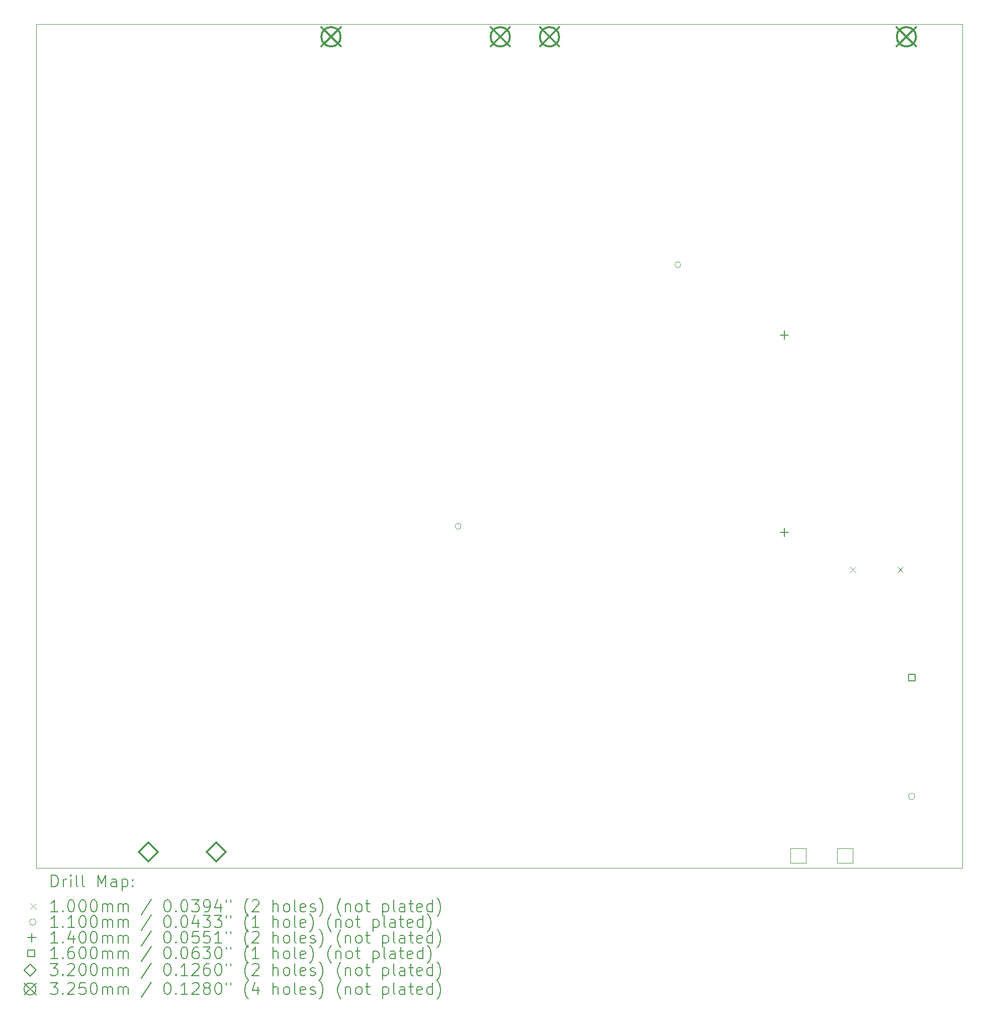
<source format=gbr>
%TF.GenerationSoftware,KiCad,Pcbnew,8.0.0-rc1*%
%TF.CreationDate,2024-11-18T12:36:58+03:00*%
%TF.ProjectId,Movita_3566_XV_Router_V3.2,4d6f7669-7461-45f3-9335-36365f58565f,REV1*%
%TF.SameCoordinates,Original*%
%TF.FileFunction,Drillmap*%
%TF.FilePolarity,Positive*%
%FSLAX45Y45*%
G04 Gerber Fmt 4.5, Leading zero omitted, Abs format (unit mm)*
G04 Created by KiCad (PCBNEW 8.0.0-rc1) date 2024-11-18 12:36:58*
%MOMM*%
%LPD*%
G01*
G04 APERTURE LIST*
%ADD10C,0.050000*%
%ADD11C,0.200000*%
%ADD12C,0.100000*%
%ADD13C,0.110000*%
%ADD14C,0.140000*%
%ADD15C,0.160000*%
%ADD16C,0.320000*%
%ADD17C,0.325000*%
G04 APERTURE END LIST*
D10*
X4747000Y-2555000D02*
X20347000Y-2555000D01*
X20347000Y-16755000D01*
X4747000Y-16755000D01*
X4747000Y-2555000D01*
X17714000Y-16419000D02*
X17449000Y-16419000D01*
X17449000Y-16669000D01*
X17714000Y-16669000D01*
X17714000Y-16419000D01*
X18234000Y-16419000D02*
X18499000Y-16419000D01*
X18499000Y-16669000D01*
X18234000Y-16669000D01*
X18234000Y-16419000D01*
X11903500Y-11002000D02*
G75*
G02*
X11803500Y-11002000I-50000J0D01*
G01*
X11803500Y-11002000D02*
G75*
G02*
X11903500Y-11002000I50000J0D01*
G01*
X15603500Y-6602000D02*
G75*
G02*
X15503500Y-6602000I-50000J0D01*
G01*
X15503500Y-6602000D02*
G75*
G02*
X15603500Y-6602000I50000J0D01*
G01*
D11*
D12*
X18450000Y-11680000D02*
X18550000Y-11780000D01*
X18550000Y-11680000D02*
X18450000Y-11780000D01*
X19248000Y-11680000D02*
X19348000Y-11780000D01*
X19348000Y-11680000D02*
X19248000Y-11780000D01*
D13*
X19545990Y-15546500D02*
G75*
G02*
X19435990Y-15546500I-55000J0D01*
G01*
X19435990Y-15546500D02*
G75*
G02*
X19545990Y-15546500I55000J0D01*
G01*
D14*
X17348000Y-7713000D02*
X17348000Y-7853000D01*
X17278000Y-7783000D02*
X17418000Y-7783000D01*
X17348000Y-11032000D02*
X17348000Y-11172000D01*
X17278000Y-11102000D02*
X17418000Y-11102000D01*
D15*
X19547559Y-13603069D02*
X19547559Y-13489931D01*
X19434421Y-13489931D01*
X19434421Y-13603069D01*
X19547559Y-13603069D01*
D16*
X6634500Y-16642750D02*
X6794500Y-16482750D01*
X6634500Y-16322750D01*
X6474500Y-16482750D01*
X6634500Y-16642750D01*
X7777500Y-16642750D02*
X7937500Y-16482750D01*
X7777500Y-16322750D01*
X7617500Y-16482750D01*
X7777500Y-16642750D01*
D17*
X9550500Y-2604500D02*
X9875500Y-2929500D01*
X9875500Y-2604500D02*
X9550500Y-2929500D01*
X9875500Y-2767000D02*
G75*
G02*
X9550500Y-2767000I-162500J0D01*
G01*
X9550500Y-2767000D02*
G75*
G02*
X9875500Y-2767000I162500J0D01*
G01*
X12400500Y-2604500D02*
X12725500Y-2929500D01*
X12725500Y-2604500D02*
X12400500Y-2929500D01*
X12725500Y-2767000D02*
G75*
G02*
X12400500Y-2767000I-162500J0D01*
G01*
X12400500Y-2767000D02*
G75*
G02*
X12725500Y-2767000I162500J0D01*
G01*
X13229000Y-2604500D02*
X13554000Y-2929500D01*
X13554000Y-2604500D02*
X13229000Y-2929500D01*
X13554000Y-2767000D02*
G75*
G02*
X13229000Y-2767000I-162500J0D01*
G01*
X13229000Y-2767000D02*
G75*
G02*
X13554000Y-2767000I162500J0D01*
G01*
X19239000Y-2604500D02*
X19564000Y-2929500D01*
X19564000Y-2604500D02*
X19239000Y-2929500D01*
X19564000Y-2767000D02*
G75*
G02*
X19239000Y-2767000I-162500J0D01*
G01*
X19239000Y-2767000D02*
G75*
G02*
X19564000Y-2767000I162500J0D01*
G01*
D11*
X5005277Y-17068984D02*
X5005277Y-16868984D01*
X5005277Y-16868984D02*
X5052896Y-16868984D01*
X5052896Y-16868984D02*
X5081467Y-16878508D01*
X5081467Y-16878508D02*
X5100515Y-16897555D01*
X5100515Y-16897555D02*
X5110039Y-16916603D01*
X5110039Y-16916603D02*
X5119563Y-16954698D01*
X5119563Y-16954698D02*
X5119563Y-16983270D01*
X5119563Y-16983270D02*
X5110039Y-17021365D01*
X5110039Y-17021365D02*
X5100515Y-17040412D01*
X5100515Y-17040412D02*
X5081467Y-17059460D01*
X5081467Y-17059460D02*
X5052896Y-17068984D01*
X5052896Y-17068984D02*
X5005277Y-17068984D01*
X5205277Y-17068984D02*
X5205277Y-16935650D01*
X5205277Y-16973746D02*
X5214801Y-16954698D01*
X5214801Y-16954698D02*
X5224324Y-16945174D01*
X5224324Y-16945174D02*
X5243372Y-16935650D01*
X5243372Y-16935650D02*
X5262420Y-16935650D01*
X5329086Y-17068984D02*
X5329086Y-16935650D01*
X5329086Y-16868984D02*
X5319563Y-16878508D01*
X5319563Y-16878508D02*
X5329086Y-16888031D01*
X5329086Y-16888031D02*
X5338610Y-16878508D01*
X5338610Y-16878508D02*
X5329086Y-16868984D01*
X5329086Y-16868984D02*
X5329086Y-16888031D01*
X5452896Y-17068984D02*
X5433848Y-17059460D01*
X5433848Y-17059460D02*
X5424324Y-17040412D01*
X5424324Y-17040412D02*
X5424324Y-16868984D01*
X5557658Y-17068984D02*
X5538610Y-17059460D01*
X5538610Y-17059460D02*
X5529086Y-17040412D01*
X5529086Y-17040412D02*
X5529086Y-16868984D01*
X5786229Y-17068984D02*
X5786229Y-16868984D01*
X5786229Y-16868984D02*
X5852896Y-17011841D01*
X5852896Y-17011841D02*
X5919562Y-16868984D01*
X5919562Y-16868984D02*
X5919562Y-17068984D01*
X6100515Y-17068984D02*
X6100515Y-16964222D01*
X6100515Y-16964222D02*
X6090991Y-16945174D01*
X6090991Y-16945174D02*
X6071943Y-16935650D01*
X6071943Y-16935650D02*
X6033848Y-16935650D01*
X6033848Y-16935650D02*
X6014801Y-16945174D01*
X6100515Y-17059460D02*
X6081467Y-17068984D01*
X6081467Y-17068984D02*
X6033848Y-17068984D01*
X6033848Y-17068984D02*
X6014801Y-17059460D01*
X6014801Y-17059460D02*
X6005277Y-17040412D01*
X6005277Y-17040412D02*
X6005277Y-17021365D01*
X6005277Y-17021365D02*
X6014801Y-17002317D01*
X6014801Y-17002317D02*
X6033848Y-16992793D01*
X6033848Y-16992793D02*
X6081467Y-16992793D01*
X6081467Y-16992793D02*
X6100515Y-16983270D01*
X6195753Y-16935650D02*
X6195753Y-17135650D01*
X6195753Y-16945174D02*
X6214801Y-16935650D01*
X6214801Y-16935650D02*
X6252896Y-16935650D01*
X6252896Y-16935650D02*
X6271943Y-16945174D01*
X6271943Y-16945174D02*
X6281467Y-16954698D01*
X6281467Y-16954698D02*
X6290991Y-16973746D01*
X6290991Y-16973746D02*
X6290991Y-17030889D01*
X6290991Y-17030889D02*
X6281467Y-17049936D01*
X6281467Y-17049936D02*
X6271943Y-17059460D01*
X6271943Y-17059460D02*
X6252896Y-17068984D01*
X6252896Y-17068984D02*
X6214801Y-17068984D01*
X6214801Y-17068984D02*
X6195753Y-17059460D01*
X6376705Y-17049936D02*
X6386229Y-17059460D01*
X6386229Y-17059460D02*
X6376705Y-17068984D01*
X6376705Y-17068984D02*
X6367182Y-17059460D01*
X6367182Y-17059460D02*
X6376705Y-17049936D01*
X6376705Y-17049936D02*
X6376705Y-17068984D01*
X6376705Y-16945174D02*
X6386229Y-16954698D01*
X6386229Y-16954698D02*
X6376705Y-16964222D01*
X6376705Y-16964222D02*
X6367182Y-16954698D01*
X6367182Y-16954698D02*
X6376705Y-16945174D01*
X6376705Y-16945174D02*
X6376705Y-16964222D01*
D12*
X4644500Y-17347500D02*
X4744500Y-17447500D01*
X4744500Y-17347500D02*
X4644500Y-17447500D01*
D11*
X5110039Y-17488984D02*
X4995753Y-17488984D01*
X5052896Y-17488984D02*
X5052896Y-17288984D01*
X5052896Y-17288984D02*
X5033848Y-17317555D01*
X5033848Y-17317555D02*
X5014801Y-17336603D01*
X5014801Y-17336603D02*
X4995753Y-17346127D01*
X5195753Y-17469936D02*
X5205277Y-17479460D01*
X5205277Y-17479460D02*
X5195753Y-17488984D01*
X5195753Y-17488984D02*
X5186229Y-17479460D01*
X5186229Y-17479460D02*
X5195753Y-17469936D01*
X5195753Y-17469936D02*
X5195753Y-17488984D01*
X5329086Y-17288984D02*
X5348134Y-17288984D01*
X5348134Y-17288984D02*
X5367182Y-17298508D01*
X5367182Y-17298508D02*
X5376705Y-17308031D01*
X5376705Y-17308031D02*
X5386229Y-17327079D01*
X5386229Y-17327079D02*
X5395753Y-17365174D01*
X5395753Y-17365174D02*
X5395753Y-17412793D01*
X5395753Y-17412793D02*
X5386229Y-17450889D01*
X5386229Y-17450889D02*
X5376705Y-17469936D01*
X5376705Y-17469936D02*
X5367182Y-17479460D01*
X5367182Y-17479460D02*
X5348134Y-17488984D01*
X5348134Y-17488984D02*
X5329086Y-17488984D01*
X5329086Y-17488984D02*
X5310039Y-17479460D01*
X5310039Y-17479460D02*
X5300515Y-17469936D01*
X5300515Y-17469936D02*
X5290991Y-17450889D01*
X5290991Y-17450889D02*
X5281467Y-17412793D01*
X5281467Y-17412793D02*
X5281467Y-17365174D01*
X5281467Y-17365174D02*
X5290991Y-17327079D01*
X5290991Y-17327079D02*
X5300515Y-17308031D01*
X5300515Y-17308031D02*
X5310039Y-17298508D01*
X5310039Y-17298508D02*
X5329086Y-17288984D01*
X5519563Y-17288984D02*
X5538610Y-17288984D01*
X5538610Y-17288984D02*
X5557658Y-17298508D01*
X5557658Y-17298508D02*
X5567182Y-17308031D01*
X5567182Y-17308031D02*
X5576705Y-17327079D01*
X5576705Y-17327079D02*
X5586229Y-17365174D01*
X5586229Y-17365174D02*
X5586229Y-17412793D01*
X5586229Y-17412793D02*
X5576705Y-17450889D01*
X5576705Y-17450889D02*
X5567182Y-17469936D01*
X5567182Y-17469936D02*
X5557658Y-17479460D01*
X5557658Y-17479460D02*
X5538610Y-17488984D01*
X5538610Y-17488984D02*
X5519563Y-17488984D01*
X5519563Y-17488984D02*
X5500515Y-17479460D01*
X5500515Y-17479460D02*
X5490991Y-17469936D01*
X5490991Y-17469936D02*
X5481467Y-17450889D01*
X5481467Y-17450889D02*
X5471944Y-17412793D01*
X5471944Y-17412793D02*
X5471944Y-17365174D01*
X5471944Y-17365174D02*
X5481467Y-17327079D01*
X5481467Y-17327079D02*
X5490991Y-17308031D01*
X5490991Y-17308031D02*
X5500515Y-17298508D01*
X5500515Y-17298508D02*
X5519563Y-17288984D01*
X5710039Y-17288984D02*
X5729086Y-17288984D01*
X5729086Y-17288984D02*
X5748134Y-17298508D01*
X5748134Y-17298508D02*
X5757658Y-17308031D01*
X5757658Y-17308031D02*
X5767182Y-17327079D01*
X5767182Y-17327079D02*
X5776705Y-17365174D01*
X5776705Y-17365174D02*
X5776705Y-17412793D01*
X5776705Y-17412793D02*
X5767182Y-17450889D01*
X5767182Y-17450889D02*
X5757658Y-17469936D01*
X5757658Y-17469936D02*
X5748134Y-17479460D01*
X5748134Y-17479460D02*
X5729086Y-17488984D01*
X5729086Y-17488984D02*
X5710039Y-17488984D01*
X5710039Y-17488984D02*
X5690991Y-17479460D01*
X5690991Y-17479460D02*
X5681467Y-17469936D01*
X5681467Y-17469936D02*
X5671943Y-17450889D01*
X5671943Y-17450889D02*
X5662420Y-17412793D01*
X5662420Y-17412793D02*
X5662420Y-17365174D01*
X5662420Y-17365174D02*
X5671943Y-17327079D01*
X5671943Y-17327079D02*
X5681467Y-17308031D01*
X5681467Y-17308031D02*
X5690991Y-17298508D01*
X5690991Y-17298508D02*
X5710039Y-17288984D01*
X5862420Y-17488984D02*
X5862420Y-17355650D01*
X5862420Y-17374698D02*
X5871943Y-17365174D01*
X5871943Y-17365174D02*
X5890991Y-17355650D01*
X5890991Y-17355650D02*
X5919563Y-17355650D01*
X5919563Y-17355650D02*
X5938610Y-17365174D01*
X5938610Y-17365174D02*
X5948134Y-17384222D01*
X5948134Y-17384222D02*
X5948134Y-17488984D01*
X5948134Y-17384222D02*
X5957658Y-17365174D01*
X5957658Y-17365174D02*
X5976705Y-17355650D01*
X5976705Y-17355650D02*
X6005277Y-17355650D01*
X6005277Y-17355650D02*
X6024324Y-17365174D01*
X6024324Y-17365174D02*
X6033848Y-17384222D01*
X6033848Y-17384222D02*
X6033848Y-17488984D01*
X6129086Y-17488984D02*
X6129086Y-17355650D01*
X6129086Y-17374698D02*
X6138610Y-17365174D01*
X6138610Y-17365174D02*
X6157658Y-17355650D01*
X6157658Y-17355650D02*
X6186229Y-17355650D01*
X6186229Y-17355650D02*
X6205277Y-17365174D01*
X6205277Y-17365174D02*
X6214801Y-17384222D01*
X6214801Y-17384222D02*
X6214801Y-17488984D01*
X6214801Y-17384222D02*
X6224324Y-17365174D01*
X6224324Y-17365174D02*
X6243372Y-17355650D01*
X6243372Y-17355650D02*
X6271943Y-17355650D01*
X6271943Y-17355650D02*
X6290991Y-17365174D01*
X6290991Y-17365174D02*
X6300515Y-17384222D01*
X6300515Y-17384222D02*
X6300515Y-17488984D01*
X6690991Y-17279460D02*
X6519563Y-17536603D01*
X6948134Y-17288984D02*
X6967182Y-17288984D01*
X6967182Y-17288984D02*
X6986229Y-17298508D01*
X6986229Y-17298508D02*
X6995753Y-17308031D01*
X6995753Y-17308031D02*
X7005277Y-17327079D01*
X7005277Y-17327079D02*
X7014801Y-17365174D01*
X7014801Y-17365174D02*
X7014801Y-17412793D01*
X7014801Y-17412793D02*
X7005277Y-17450889D01*
X7005277Y-17450889D02*
X6995753Y-17469936D01*
X6995753Y-17469936D02*
X6986229Y-17479460D01*
X6986229Y-17479460D02*
X6967182Y-17488984D01*
X6967182Y-17488984D02*
X6948134Y-17488984D01*
X6948134Y-17488984D02*
X6929086Y-17479460D01*
X6929086Y-17479460D02*
X6919563Y-17469936D01*
X6919563Y-17469936D02*
X6910039Y-17450889D01*
X6910039Y-17450889D02*
X6900515Y-17412793D01*
X6900515Y-17412793D02*
X6900515Y-17365174D01*
X6900515Y-17365174D02*
X6910039Y-17327079D01*
X6910039Y-17327079D02*
X6919563Y-17308031D01*
X6919563Y-17308031D02*
X6929086Y-17298508D01*
X6929086Y-17298508D02*
X6948134Y-17288984D01*
X7100515Y-17469936D02*
X7110039Y-17479460D01*
X7110039Y-17479460D02*
X7100515Y-17488984D01*
X7100515Y-17488984D02*
X7090991Y-17479460D01*
X7090991Y-17479460D02*
X7100515Y-17469936D01*
X7100515Y-17469936D02*
X7100515Y-17488984D01*
X7233848Y-17288984D02*
X7252896Y-17288984D01*
X7252896Y-17288984D02*
X7271944Y-17298508D01*
X7271944Y-17298508D02*
X7281467Y-17308031D01*
X7281467Y-17308031D02*
X7290991Y-17327079D01*
X7290991Y-17327079D02*
X7300515Y-17365174D01*
X7300515Y-17365174D02*
X7300515Y-17412793D01*
X7300515Y-17412793D02*
X7290991Y-17450889D01*
X7290991Y-17450889D02*
X7281467Y-17469936D01*
X7281467Y-17469936D02*
X7271944Y-17479460D01*
X7271944Y-17479460D02*
X7252896Y-17488984D01*
X7252896Y-17488984D02*
X7233848Y-17488984D01*
X7233848Y-17488984D02*
X7214801Y-17479460D01*
X7214801Y-17479460D02*
X7205277Y-17469936D01*
X7205277Y-17469936D02*
X7195753Y-17450889D01*
X7195753Y-17450889D02*
X7186229Y-17412793D01*
X7186229Y-17412793D02*
X7186229Y-17365174D01*
X7186229Y-17365174D02*
X7195753Y-17327079D01*
X7195753Y-17327079D02*
X7205277Y-17308031D01*
X7205277Y-17308031D02*
X7214801Y-17298508D01*
X7214801Y-17298508D02*
X7233848Y-17288984D01*
X7367182Y-17288984D02*
X7490991Y-17288984D01*
X7490991Y-17288984D02*
X7424325Y-17365174D01*
X7424325Y-17365174D02*
X7452896Y-17365174D01*
X7452896Y-17365174D02*
X7471944Y-17374698D01*
X7471944Y-17374698D02*
X7481467Y-17384222D01*
X7481467Y-17384222D02*
X7490991Y-17403270D01*
X7490991Y-17403270D02*
X7490991Y-17450889D01*
X7490991Y-17450889D02*
X7481467Y-17469936D01*
X7481467Y-17469936D02*
X7471944Y-17479460D01*
X7471944Y-17479460D02*
X7452896Y-17488984D01*
X7452896Y-17488984D02*
X7395753Y-17488984D01*
X7395753Y-17488984D02*
X7376706Y-17479460D01*
X7376706Y-17479460D02*
X7367182Y-17469936D01*
X7586229Y-17488984D02*
X7624325Y-17488984D01*
X7624325Y-17488984D02*
X7643372Y-17479460D01*
X7643372Y-17479460D02*
X7652896Y-17469936D01*
X7652896Y-17469936D02*
X7671944Y-17441365D01*
X7671944Y-17441365D02*
X7681467Y-17403270D01*
X7681467Y-17403270D02*
X7681467Y-17327079D01*
X7681467Y-17327079D02*
X7671944Y-17308031D01*
X7671944Y-17308031D02*
X7662420Y-17298508D01*
X7662420Y-17298508D02*
X7643372Y-17288984D01*
X7643372Y-17288984D02*
X7605277Y-17288984D01*
X7605277Y-17288984D02*
X7586229Y-17298508D01*
X7586229Y-17298508D02*
X7576706Y-17308031D01*
X7576706Y-17308031D02*
X7567182Y-17327079D01*
X7567182Y-17327079D02*
X7567182Y-17374698D01*
X7567182Y-17374698D02*
X7576706Y-17393746D01*
X7576706Y-17393746D02*
X7586229Y-17403270D01*
X7586229Y-17403270D02*
X7605277Y-17412793D01*
X7605277Y-17412793D02*
X7643372Y-17412793D01*
X7643372Y-17412793D02*
X7662420Y-17403270D01*
X7662420Y-17403270D02*
X7671944Y-17393746D01*
X7671944Y-17393746D02*
X7681467Y-17374698D01*
X7852896Y-17355650D02*
X7852896Y-17488984D01*
X7805277Y-17279460D02*
X7757658Y-17422317D01*
X7757658Y-17422317D02*
X7881467Y-17422317D01*
X7948134Y-17288984D02*
X7948134Y-17327079D01*
X8024325Y-17288984D02*
X8024325Y-17327079D01*
X8319563Y-17565174D02*
X8310039Y-17555650D01*
X8310039Y-17555650D02*
X8290991Y-17527079D01*
X8290991Y-17527079D02*
X8281468Y-17508031D01*
X8281468Y-17508031D02*
X8271944Y-17479460D01*
X8271944Y-17479460D02*
X8262420Y-17431841D01*
X8262420Y-17431841D02*
X8262420Y-17393746D01*
X8262420Y-17393746D02*
X8271944Y-17346127D01*
X8271944Y-17346127D02*
X8281468Y-17317555D01*
X8281468Y-17317555D02*
X8290991Y-17298508D01*
X8290991Y-17298508D02*
X8310039Y-17269936D01*
X8310039Y-17269936D02*
X8319563Y-17260412D01*
X8386229Y-17308031D02*
X8395753Y-17298508D01*
X8395753Y-17298508D02*
X8414801Y-17288984D01*
X8414801Y-17288984D02*
X8462420Y-17288984D01*
X8462420Y-17288984D02*
X8481468Y-17298508D01*
X8481468Y-17298508D02*
X8490991Y-17308031D01*
X8490991Y-17308031D02*
X8500515Y-17327079D01*
X8500515Y-17327079D02*
X8500515Y-17346127D01*
X8500515Y-17346127D02*
X8490991Y-17374698D01*
X8490991Y-17374698D02*
X8376706Y-17488984D01*
X8376706Y-17488984D02*
X8500515Y-17488984D01*
X8738611Y-17488984D02*
X8738611Y-17288984D01*
X8824325Y-17488984D02*
X8824325Y-17384222D01*
X8824325Y-17384222D02*
X8814801Y-17365174D01*
X8814801Y-17365174D02*
X8795753Y-17355650D01*
X8795753Y-17355650D02*
X8767182Y-17355650D01*
X8767182Y-17355650D02*
X8748134Y-17365174D01*
X8748134Y-17365174D02*
X8738611Y-17374698D01*
X8948134Y-17488984D02*
X8929087Y-17479460D01*
X8929087Y-17479460D02*
X8919563Y-17469936D01*
X8919563Y-17469936D02*
X8910039Y-17450889D01*
X8910039Y-17450889D02*
X8910039Y-17393746D01*
X8910039Y-17393746D02*
X8919563Y-17374698D01*
X8919563Y-17374698D02*
X8929087Y-17365174D01*
X8929087Y-17365174D02*
X8948134Y-17355650D01*
X8948134Y-17355650D02*
X8976706Y-17355650D01*
X8976706Y-17355650D02*
X8995753Y-17365174D01*
X8995753Y-17365174D02*
X9005277Y-17374698D01*
X9005277Y-17374698D02*
X9014801Y-17393746D01*
X9014801Y-17393746D02*
X9014801Y-17450889D01*
X9014801Y-17450889D02*
X9005277Y-17469936D01*
X9005277Y-17469936D02*
X8995753Y-17479460D01*
X8995753Y-17479460D02*
X8976706Y-17488984D01*
X8976706Y-17488984D02*
X8948134Y-17488984D01*
X9129087Y-17488984D02*
X9110039Y-17479460D01*
X9110039Y-17479460D02*
X9100515Y-17460412D01*
X9100515Y-17460412D02*
X9100515Y-17288984D01*
X9281468Y-17479460D02*
X9262420Y-17488984D01*
X9262420Y-17488984D02*
X9224325Y-17488984D01*
X9224325Y-17488984D02*
X9205277Y-17479460D01*
X9205277Y-17479460D02*
X9195753Y-17460412D01*
X9195753Y-17460412D02*
X9195753Y-17384222D01*
X9195753Y-17384222D02*
X9205277Y-17365174D01*
X9205277Y-17365174D02*
X9224325Y-17355650D01*
X9224325Y-17355650D02*
X9262420Y-17355650D01*
X9262420Y-17355650D02*
X9281468Y-17365174D01*
X9281468Y-17365174D02*
X9290992Y-17384222D01*
X9290992Y-17384222D02*
X9290992Y-17403270D01*
X9290992Y-17403270D02*
X9195753Y-17422317D01*
X9367182Y-17479460D02*
X9386230Y-17488984D01*
X9386230Y-17488984D02*
X9424325Y-17488984D01*
X9424325Y-17488984D02*
X9443373Y-17479460D01*
X9443373Y-17479460D02*
X9452896Y-17460412D01*
X9452896Y-17460412D02*
X9452896Y-17450889D01*
X9452896Y-17450889D02*
X9443373Y-17431841D01*
X9443373Y-17431841D02*
X9424325Y-17422317D01*
X9424325Y-17422317D02*
X9395753Y-17422317D01*
X9395753Y-17422317D02*
X9376706Y-17412793D01*
X9376706Y-17412793D02*
X9367182Y-17393746D01*
X9367182Y-17393746D02*
X9367182Y-17384222D01*
X9367182Y-17384222D02*
X9376706Y-17365174D01*
X9376706Y-17365174D02*
X9395753Y-17355650D01*
X9395753Y-17355650D02*
X9424325Y-17355650D01*
X9424325Y-17355650D02*
X9443373Y-17365174D01*
X9519563Y-17565174D02*
X9529087Y-17555650D01*
X9529087Y-17555650D02*
X9548134Y-17527079D01*
X9548134Y-17527079D02*
X9557658Y-17508031D01*
X9557658Y-17508031D02*
X9567182Y-17479460D01*
X9567182Y-17479460D02*
X9576706Y-17431841D01*
X9576706Y-17431841D02*
X9576706Y-17393746D01*
X9576706Y-17393746D02*
X9567182Y-17346127D01*
X9567182Y-17346127D02*
X9557658Y-17317555D01*
X9557658Y-17317555D02*
X9548134Y-17298508D01*
X9548134Y-17298508D02*
X9529087Y-17269936D01*
X9529087Y-17269936D02*
X9519563Y-17260412D01*
X9881468Y-17565174D02*
X9871944Y-17555650D01*
X9871944Y-17555650D02*
X9852896Y-17527079D01*
X9852896Y-17527079D02*
X9843373Y-17508031D01*
X9843373Y-17508031D02*
X9833849Y-17479460D01*
X9833849Y-17479460D02*
X9824325Y-17431841D01*
X9824325Y-17431841D02*
X9824325Y-17393746D01*
X9824325Y-17393746D02*
X9833849Y-17346127D01*
X9833849Y-17346127D02*
X9843373Y-17317555D01*
X9843373Y-17317555D02*
X9852896Y-17298508D01*
X9852896Y-17298508D02*
X9871944Y-17269936D01*
X9871944Y-17269936D02*
X9881468Y-17260412D01*
X9957658Y-17355650D02*
X9957658Y-17488984D01*
X9957658Y-17374698D02*
X9967182Y-17365174D01*
X9967182Y-17365174D02*
X9986230Y-17355650D01*
X9986230Y-17355650D02*
X10014801Y-17355650D01*
X10014801Y-17355650D02*
X10033849Y-17365174D01*
X10033849Y-17365174D02*
X10043373Y-17384222D01*
X10043373Y-17384222D02*
X10043373Y-17488984D01*
X10167182Y-17488984D02*
X10148134Y-17479460D01*
X10148134Y-17479460D02*
X10138611Y-17469936D01*
X10138611Y-17469936D02*
X10129087Y-17450889D01*
X10129087Y-17450889D02*
X10129087Y-17393746D01*
X10129087Y-17393746D02*
X10138611Y-17374698D01*
X10138611Y-17374698D02*
X10148134Y-17365174D01*
X10148134Y-17365174D02*
X10167182Y-17355650D01*
X10167182Y-17355650D02*
X10195754Y-17355650D01*
X10195754Y-17355650D02*
X10214801Y-17365174D01*
X10214801Y-17365174D02*
X10224325Y-17374698D01*
X10224325Y-17374698D02*
X10233849Y-17393746D01*
X10233849Y-17393746D02*
X10233849Y-17450889D01*
X10233849Y-17450889D02*
X10224325Y-17469936D01*
X10224325Y-17469936D02*
X10214801Y-17479460D01*
X10214801Y-17479460D02*
X10195754Y-17488984D01*
X10195754Y-17488984D02*
X10167182Y-17488984D01*
X10290992Y-17355650D02*
X10367182Y-17355650D01*
X10319563Y-17288984D02*
X10319563Y-17460412D01*
X10319563Y-17460412D02*
X10329087Y-17479460D01*
X10329087Y-17479460D02*
X10348134Y-17488984D01*
X10348134Y-17488984D02*
X10367182Y-17488984D01*
X10586230Y-17355650D02*
X10586230Y-17555650D01*
X10586230Y-17365174D02*
X10605277Y-17355650D01*
X10605277Y-17355650D02*
X10643373Y-17355650D01*
X10643373Y-17355650D02*
X10662420Y-17365174D01*
X10662420Y-17365174D02*
X10671944Y-17374698D01*
X10671944Y-17374698D02*
X10681468Y-17393746D01*
X10681468Y-17393746D02*
X10681468Y-17450889D01*
X10681468Y-17450889D02*
X10671944Y-17469936D01*
X10671944Y-17469936D02*
X10662420Y-17479460D01*
X10662420Y-17479460D02*
X10643373Y-17488984D01*
X10643373Y-17488984D02*
X10605277Y-17488984D01*
X10605277Y-17488984D02*
X10586230Y-17479460D01*
X10795754Y-17488984D02*
X10776706Y-17479460D01*
X10776706Y-17479460D02*
X10767182Y-17460412D01*
X10767182Y-17460412D02*
X10767182Y-17288984D01*
X10957658Y-17488984D02*
X10957658Y-17384222D01*
X10957658Y-17384222D02*
X10948135Y-17365174D01*
X10948135Y-17365174D02*
X10929087Y-17355650D01*
X10929087Y-17355650D02*
X10890992Y-17355650D01*
X10890992Y-17355650D02*
X10871944Y-17365174D01*
X10957658Y-17479460D02*
X10938611Y-17488984D01*
X10938611Y-17488984D02*
X10890992Y-17488984D01*
X10890992Y-17488984D02*
X10871944Y-17479460D01*
X10871944Y-17479460D02*
X10862420Y-17460412D01*
X10862420Y-17460412D02*
X10862420Y-17441365D01*
X10862420Y-17441365D02*
X10871944Y-17422317D01*
X10871944Y-17422317D02*
X10890992Y-17412793D01*
X10890992Y-17412793D02*
X10938611Y-17412793D01*
X10938611Y-17412793D02*
X10957658Y-17403270D01*
X11024325Y-17355650D02*
X11100515Y-17355650D01*
X11052896Y-17288984D02*
X11052896Y-17460412D01*
X11052896Y-17460412D02*
X11062420Y-17479460D01*
X11062420Y-17479460D02*
X11081468Y-17488984D01*
X11081468Y-17488984D02*
X11100515Y-17488984D01*
X11243373Y-17479460D02*
X11224325Y-17488984D01*
X11224325Y-17488984D02*
X11186230Y-17488984D01*
X11186230Y-17488984D02*
X11167182Y-17479460D01*
X11167182Y-17479460D02*
X11157658Y-17460412D01*
X11157658Y-17460412D02*
X11157658Y-17384222D01*
X11157658Y-17384222D02*
X11167182Y-17365174D01*
X11167182Y-17365174D02*
X11186230Y-17355650D01*
X11186230Y-17355650D02*
X11224325Y-17355650D01*
X11224325Y-17355650D02*
X11243373Y-17365174D01*
X11243373Y-17365174D02*
X11252896Y-17384222D01*
X11252896Y-17384222D02*
X11252896Y-17403270D01*
X11252896Y-17403270D02*
X11157658Y-17422317D01*
X11424325Y-17488984D02*
X11424325Y-17288984D01*
X11424325Y-17479460D02*
X11405277Y-17488984D01*
X11405277Y-17488984D02*
X11367182Y-17488984D01*
X11367182Y-17488984D02*
X11348134Y-17479460D01*
X11348134Y-17479460D02*
X11338611Y-17469936D01*
X11338611Y-17469936D02*
X11329087Y-17450889D01*
X11329087Y-17450889D02*
X11329087Y-17393746D01*
X11329087Y-17393746D02*
X11338611Y-17374698D01*
X11338611Y-17374698D02*
X11348134Y-17365174D01*
X11348134Y-17365174D02*
X11367182Y-17355650D01*
X11367182Y-17355650D02*
X11405277Y-17355650D01*
X11405277Y-17355650D02*
X11424325Y-17365174D01*
X11500515Y-17565174D02*
X11510039Y-17555650D01*
X11510039Y-17555650D02*
X11529087Y-17527079D01*
X11529087Y-17527079D02*
X11538611Y-17508031D01*
X11538611Y-17508031D02*
X11548134Y-17479460D01*
X11548134Y-17479460D02*
X11557658Y-17431841D01*
X11557658Y-17431841D02*
X11557658Y-17393746D01*
X11557658Y-17393746D02*
X11548134Y-17346127D01*
X11548134Y-17346127D02*
X11538611Y-17317555D01*
X11538611Y-17317555D02*
X11529087Y-17298508D01*
X11529087Y-17298508D02*
X11510039Y-17269936D01*
X11510039Y-17269936D02*
X11500515Y-17260412D01*
D13*
X4744500Y-17661500D02*
G75*
G02*
X4634500Y-17661500I-55000J0D01*
G01*
X4634500Y-17661500D02*
G75*
G02*
X4744500Y-17661500I55000J0D01*
G01*
D11*
X5110039Y-17752984D02*
X4995753Y-17752984D01*
X5052896Y-17752984D02*
X5052896Y-17552984D01*
X5052896Y-17552984D02*
X5033848Y-17581555D01*
X5033848Y-17581555D02*
X5014801Y-17600603D01*
X5014801Y-17600603D02*
X4995753Y-17610127D01*
X5195753Y-17733936D02*
X5205277Y-17743460D01*
X5205277Y-17743460D02*
X5195753Y-17752984D01*
X5195753Y-17752984D02*
X5186229Y-17743460D01*
X5186229Y-17743460D02*
X5195753Y-17733936D01*
X5195753Y-17733936D02*
X5195753Y-17752984D01*
X5395753Y-17752984D02*
X5281467Y-17752984D01*
X5338610Y-17752984D02*
X5338610Y-17552984D01*
X5338610Y-17552984D02*
X5319563Y-17581555D01*
X5319563Y-17581555D02*
X5300515Y-17600603D01*
X5300515Y-17600603D02*
X5281467Y-17610127D01*
X5519563Y-17552984D02*
X5538610Y-17552984D01*
X5538610Y-17552984D02*
X5557658Y-17562508D01*
X5557658Y-17562508D02*
X5567182Y-17572031D01*
X5567182Y-17572031D02*
X5576705Y-17591079D01*
X5576705Y-17591079D02*
X5586229Y-17629174D01*
X5586229Y-17629174D02*
X5586229Y-17676793D01*
X5586229Y-17676793D02*
X5576705Y-17714889D01*
X5576705Y-17714889D02*
X5567182Y-17733936D01*
X5567182Y-17733936D02*
X5557658Y-17743460D01*
X5557658Y-17743460D02*
X5538610Y-17752984D01*
X5538610Y-17752984D02*
X5519563Y-17752984D01*
X5519563Y-17752984D02*
X5500515Y-17743460D01*
X5500515Y-17743460D02*
X5490991Y-17733936D01*
X5490991Y-17733936D02*
X5481467Y-17714889D01*
X5481467Y-17714889D02*
X5471944Y-17676793D01*
X5471944Y-17676793D02*
X5471944Y-17629174D01*
X5471944Y-17629174D02*
X5481467Y-17591079D01*
X5481467Y-17591079D02*
X5490991Y-17572031D01*
X5490991Y-17572031D02*
X5500515Y-17562508D01*
X5500515Y-17562508D02*
X5519563Y-17552984D01*
X5710039Y-17552984D02*
X5729086Y-17552984D01*
X5729086Y-17552984D02*
X5748134Y-17562508D01*
X5748134Y-17562508D02*
X5757658Y-17572031D01*
X5757658Y-17572031D02*
X5767182Y-17591079D01*
X5767182Y-17591079D02*
X5776705Y-17629174D01*
X5776705Y-17629174D02*
X5776705Y-17676793D01*
X5776705Y-17676793D02*
X5767182Y-17714889D01*
X5767182Y-17714889D02*
X5757658Y-17733936D01*
X5757658Y-17733936D02*
X5748134Y-17743460D01*
X5748134Y-17743460D02*
X5729086Y-17752984D01*
X5729086Y-17752984D02*
X5710039Y-17752984D01*
X5710039Y-17752984D02*
X5690991Y-17743460D01*
X5690991Y-17743460D02*
X5681467Y-17733936D01*
X5681467Y-17733936D02*
X5671943Y-17714889D01*
X5671943Y-17714889D02*
X5662420Y-17676793D01*
X5662420Y-17676793D02*
X5662420Y-17629174D01*
X5662420Y-17629174D02*
X5671943Y-17591079D01*
X5671943Y-17591079D02*
X5681467Y-17572031D01*
X5681467Y-17572031D02*
X5690991Y-17562508D01*
X5690991Y-17562508D02*
X5710039Y-17552984D01*
X5862420Y-17752984D02*
X5862420Y-17619650D01*
X5862420Y-17638698D02*
X5871943Y-17629174D01*
X5871943Y-17629174D02*
X5890991Y-17619650D01*
X5890991Y-17619650D02*
X5919563Y-17619650D01*
X5919563Y-17619650D02*
X5938610Y-17629174D01*
X5938610Y-17629174D02*
X5948134Y-17648222D01*
X5948134Y-17648222D02*
X5948134Y-17752984D01*
X5948134Y-17648222D02*
X5957658Y-17629174D01*
X5957658Y-17629174D02*
X5976705Y-17619650D01*
X5976705Y-17619650D02*
X6005277Y-17619650D01*
X6005277Y-17619650D02*
X6024324Y-17629174D01*
X6024324Y-17629174D02*
X6033848Y-17648222D01*
X6033848Y-17648222D02*
X6033848Y-17752984D01*
X6129086Y-17752984D02*
X6129086Y-17619650D01*
X6129086Y-17638698D02*
X6138610Y-17629174D01*
X6138610Y-17629174D02*
X6157658Y-17619650D01*
X6157658Y-17619650D02*
X6186229Y-17619650D01*
X6186229Y-17619650D02*
X6205277Y-17629174D01*
X6205277Y-17629174D02*
X6214801Y-17648222D01*
X6214801Y-17648222D02*
X6214801Y-17752984D01*
X6214801Y-17648222D02*
X6224324Y-17629174D01*
X6224324Y-17629174D02*
X6243372Y-17619650D01*
X6243372Y-17619650D02*
X6271943Y-17619650D01*
X6271943Y-17619650D02*
X6290991Y-17629174D01*
X6290991Y-17629174D02*
X6300515Y-17648222D01*
X6300515Y-17648222D02*
X6300515Y-17752984D01*
X6690991Y-17543460D02*
X6519563Y-17800603D01*
X6948134Y-17552984D02*
X6967182Y-17552984D01*
X6967182Y-17552984D02*
X6986229Y-17562508D01*
X6986229Y-17562508D02*
X6995753Y-17572031D01*
X6995753Y-17572031D02*
X7005277Y-17591079D01*
X7005277Y-17591079D02*
X7014801Y-17629174D01*
X7014801Y-17629174D02*
X7014801Y-17676793D01*
X7014801Y-17676793D02*
X7005277Y-17714889D01*
X7005277Y-17714889D02*
X6995753Y-17733936D01*
X6995753Y-17733936D02*
X6986229Y-17743460D01*
X6986229Y-17743460D02*
X6967182Y-17752984D01*
X6967182Y-17752984D02*
X6948134Y-17752984D01*
X6948134Y-17752984D02*
X6929086Y-17743460D01*
X6929086Y-17743460D02*
X6919563Y-17733936D01*
X6919563Y-17733936D02*
X6910039Y-17714889D01*
X6910039Y-17714889D02*
X6900515Y-17676793D01*
X6900515Y-17676793D02*
X6900515Y-17629174D01*
X6900515Y-17629174D02*
X6910039Y-17591079D01*
X6910039Y-17591079D02*
X6919563Y-17572031D01*
X6919563Y-17572031D02*
X6929086Y-17562508D01*
X6929086Y-17562508D02*
X6948134Y-17552984D01*
X7100515Y-17733936D02*
X7110039Y-17743460D01*
X7110039Y-17743460D02*
X7100515Y-17752984D01*
X7100515Y-17752984D02*
X7090991Y-17743460D01*
X7090991Y-17743460D02*
X7100515Y-17733936D01*
X7100515Y-17733936D02*
X7100515Y-17752984D01*
X7233848Y-17552984D02*
X7252896Y-17552984D01*
X7252896Y-17552984D02*
X7271944Y-17562508D01*
X7271944Y-17562508D02*
X7281467Y-17572031D01*
X7281467Y-17572031D02*
X7290991Y-17591079D01*
X7290991Y-17591079D02*
X7300515Y-17629174D01*
X7300515Y-17629174D02*
X7300515Y-17676793D01*
X7300515Y-17676793D02*
X7290991Y-17714889D01*
X7290991Y-17714889D02*
X7281467Y-17733936D01*
X7281467Y-17733936D02*
X7271944Y-17743460D01*
X7271944Y-17743460D02*
X7252896Y-17752984D01*
X7252896Y-17752984D02*
X7233848Y-17752984D01*
X7233848Y-17752984D02*
X7214801Y-17743460D01*
X7214801Y-17743460D02*
X7205277Y-17733936D01*
X7205277Y-17733936D02*
X7195753Y-17714889D01*
X7195753Y-17714889D02*
X7186229Y-17676793D01*
X7186229Y-17676793D02*
X7186229Y-17629174D01*
X7186229Y-17629174D02*
X7195753Y-17591079D01*
X7195753Y-17591079D02*
X7205277Y-17572031D01*
X7205277Y-17572031D02*
X7214801Y-17562508D01*
X7214801Y-17562508D02*
X7233848Y-17552984D01*
X7471944Y-17619650D02*
X7471944Y-17752984D01*
X7424325Y-17543460D02*
X7376706Y-17686317D01*
X7376706Y-17686317D02*
X7500515Y-17686317D01*
X7557658Y-17552984D02*
X7681467Y-17552984D01*
X7681467Y-17552984D02*
X7614801Y-17629174D01*
X7614801Y-17629174D02*
X7643372Y-17629174D01*
X7643372Y-17629174D02*
X7662420Y-17638698D01*
X7662420Y-17638698D02*
X7671944Y-17648222D01*
X7671944Y-17648222D02*
X7681467Y-17667270D01*
X7681467Y-17667270D02*
X7681467Y-17714889D01*
X7681467Y-17714889D02*
X7671944Y-17733936D01*
X7671944Y-17733936D02*
X7662420Y-17743460D01*
X7662420Y-17743460D02*
X7643372Y-17752984D01*
X7643372Y-17752984D02*
X7586229Y-17752984D01*
X7586229Y-17752984D02*
X7567182Y-17743460D01*
X7567182Y-17743460D02*
X7557658Y-17733936D01*
X7748134Y-17552984D02*
X7871944Y-17552984D01*
X7871944Y-17552984D02*
X7805277Y-17629174D01*
X7805277Y-17629174D02*
X7833848Y-17629174D01*
X7833848Y-17629174D02*
X7852896Y-17638698D01*
X7852896Y-17638698D02*
X7862420Y-17648222D01*
X7862420Y-17648222D02*
X7871944Y-17667270D01*
X7871944Y-17667270D02*
X7871944Y-17714889D01*
X7871944Y-17714889D02*
X7862420Y-17733936D01*
X7862420Y-17733936D02*
X7852896Y-17743460D01*
X7852896Y-17743460D02*
X7833848Y-17752984D01*
X7833848Y-17752984D02*
X7776706Y-17752984D01*
X7776706Y-17752984D02*
X7757658Y-17743460D01*
X7757658Y-17743460D02*
X7748134Y-17733936D01*
X7948134Y-17552984D02*
X7948134Y-17591079D01*
X8024325Y-17552984D02*
X8024325Y-17591079D01*
X8319563Y-17829174D02*
X8310039Y-17819650D01*
X8310039Y-17819650D02*
X8290991Y-17791079D01*
X8290991Y-17791079D02*
X8281468Y-17772031D01*
X8281468Y-17772031D02*
X8271944Y-17743460D01*
X8271944Y-17743460D02*
X8262420Y-17695841D01*
X8262420Y-17695841D02*
X8262420Y-17657746D01*
X8262420Y-17657746D02*
X8271944Y-17610127D01*
X8271944Y-17610127D02*
X8281468Y-17581555D01*
X8281468Y-17581555D02*
X8290991Y-17562508D01*
X8290991Y-17562508D02*
X8310039Y-17533936D01*
X8310039Y-17533936D02*
X8319563Y-17524412D01*
X8500515Y-17752984D02*
X8386229Y-17752984D01*
X8443372Y-17752984D02*
X8443372Y-17552984D01*
X8443372Y-17552984D02*
X8424325Y-17581555D01*
X8424325Y-17581555D02*
X8405277Y-17600603D01*
X8405277Y-17600603D02*
X8386229Y-17610127D01*
X8738611Y-17752984D02*
X8738611Y-17552984D01*
X8824325Y-17752984D02*
X8824325Y-17648222D01*
X8824325Y-17648222D02*
X8814801Y-17629174D01*
X8814801Y-17629174D02*
X8795753Y-17619650D01*
X8795753Y-17619650D02*
X8767182Y-17619650D01*
X8767182Y-17619650D02*
X8748134Y-17629174D01*
X8748134Y-17629174D02*
X8738611Y-17638698D01*
X8948134Y-17752984D02*
X8929087Y-17743460D01*
X8929087Y-17743460D02*
X8919563Y-17733936D01*
X8919563Y-17733936D02*
X8910039Y-17714889D01*
X8910039Y-17714889D02*
X8910039Y-17657746D01*
X8910039Y-17657746D02*
X8919563Y-17638698D01*
X8919563Y-17638698D02*
X8929087Y-17629174D01*
X8929087Y-17629174D02*
X8948134Y-17619650D01*
X8948134Y-17619650D02*
X8976706Y-17619650D01*
X8976706Y-17619650D02*
X8995753Y-17629174D01*
X8995753Y-17629174D02*
X9005277Y-17638698D01*
X9005277Y-17638698D02*
X9014801Y-17657746D01*
X9014801Y-17657746D02*
X9014801Y-17714889D01*
X9014801Y-17714889D02*
X9005277Y-17733936D01*
X9005277Y-17733936D02*
X8995753Y-17743460D01*
X8995753Y-17743460D02*
X8976706Y-17752984D01*
X8976706Y-17752984D02*
X8948134Y-17752984D01*
X9129087Y-17752984D02*
X9110039Y-17743460D01*
X9110039Y-17743460D02*
X9100515Y-17724412D01*
X9100515Y-17724412D02*
X9100515Y-17552984D01*
X9281468Y-17743460D02*
X9262420Y-17752984D01*
X9262420Y-17752984D02*
X9224325Y-17752984D01*
X9224325Y-17752984D02*
X9205277Y-17743460D01*
X9205277Y-17743460D02*
X9195753Y-17724412D01*
X9195753Y-17724412D02*
X9195753Y-17648222D01*
X9195753Y-17648222D02*
X9205277Y-17629174D01*
X9205277Y-17629174D02*
X9224325Y-17619650D01*
X9224325Y-17619650D02*
X9262420Y-17619650D01*
X9262420Y-17619650D02*
X9281468Y-17629174D01*
X9281468Y-17629174D02*
X9290992Y-17648222D01*
X9290992Y-17648222D02*
X9290992Y-17667270D01*
X9290992Y-17667270D02*
X9195753Y-17686317D01*
X9357658Y-17829174D02*
X9367182Y-17819650D01*
X9367182Y-17819650D02*
X9386230Y-17791079D01*
X9386230Y-17791079D02*
X9395753Y-17772031D01*
X9395753Y-17772031D02*
X9405277Y-17743460D01*
X9405277Y-17743460D02*
X9414801Y-17695841D01*
X9414801Y-17695841D02*
X9414801Y-17657746D01*
X9414801Y-17657746D02*
X9405277Y-17610127D01*
X9405277Y-17610127D02*
X9395753Y-17581555D01*
X9395753Y-17581555D02*
X9386230Y-17562508D01*
X9386230Y-17562508D02*
X9367182Y-17533936D01*
X9367182Y-17533936D02*
X9357658Y-17524412D01*
X9719563Y-17829174D02*
X9710039Y-17819650D01*
X9710039Y-17819650D02*
X9690992Y-17791079D01*
X9690992Y-17791079D02*
X9681468Y-17772031D01*
X9681468Y-17772031D02*
X9671944Y-17743460D01*
X9671944Y-17743460D02*
X9662420Y-17695841D01*
X9662420Y-17695841D02*
X9662420Y-17657746D01*
X9662420Y-17657746D02*
X9671944Y-17610127D01*
X9671944Y-17610127D02*
X9681468Y-17581555D01*
X9681468Y-17581555D02*
X9690992Y-17562508D01*
X9690992Y-17562508D02*
X9710039Y-17533936D01*
X9710039Y-17533936D02*
X9719563Y-17524412D01*
X9795753Y-17619650D02*
X9795753Y-17752984D01*
X9795753Y-17638698D02*
X9805277Y-17629174D01*
X9805277Y-17629174D02*
X9824325Y-17619650D01*
X9824325Y-17619650D02*
X9852896Y-17619650D01*
X9852896Y-17619650D02*
X9871944Y-17629174D01*
X9871944Y-17629174D02*
X9881468Y-17648222D01*
X9881468Y-17648222D02*
X9881468Y-17752984D01*
X10005277Y-17752984D02*
X9986230Y-17743460D01*
X9986230Y-17743460D02*
X9976706Y-17733936D01*
X9976706Y-17733936D02*
X9967182Y-17714889D01*
X9967182Y-17714889D02*
X9967182Y-17657746D01*
X9967182Y-17657746D02*
X9976706Y-17638698D01*
X9976706Y-17638698D02*
X9986230Y-17629174D01*
X9986230Y-17629174D02*
X10005277Y-17619650D01*
X10005277Y-17619650D02*
X10033849Y-17619650D01*
X10033849Y-17619650D02*
X10052896Y-17629174D01*
X10052896Y-17629174D02*
X10062420Y-17638698D01*
X10062420Y-17638698D02*
X10071944Y-17657746D01*
X10071944Y-17657746D02*
X10071944Y-17714889D01*
X10071944Y-17714889D02*
X10062420Y-17733936D01*
X10062420Y-17733936D02*
X10052896Y-17743460D01*
X10052896Y-17743460D02*
X10033849Y-17752984D01*
X10033849Y-17752984D02*
X10005277Y-17752984D01*
X10129087Y-17619650D02*
X10205277Y-17619650D01*
X10157658Y-17552984D02*
X10157658Y-17724412D01*
X10157658Y-17724412D02*
X10167182Y-17743460D01*
X10167182Y-17743460D02*
X10186230Y-17752984D01*
X10186230Y-17752984D02*
X10205277Y-17752984D01*
X10424325Y-17619650D02*
X10424325Y-17819650D01*
X10424325Y-17629174D02*
X10443373Y-17619650D01*
X10443373Y-17619650D02*
X10481468Y-17619650D01*
X10481468Y-17619650D02*
X10500515Y-17629174D01*
X10500515Y-17629174D02*
X10510039Y-17638698D01*
X10510039Y-17638698D02*
X10519563Y-17657746D01*
X10519563Y-17657746D02*
X10519563Y-17714889D01*
X10519563Y-17714889D02*
X10510039Y-17733936D01*
X10510039Y-17733936D02*
X10500515Y-17743460D01*
X10500515Y-17743460D02*
X10481468Y-17752984D01*
X10481468Y-17752984D02*
X10443373Y-17752984D01*
X10443373Y-17752984D02*
X10424325Y-17743460D01*
X10633849Y-17752984D02*
X10614801Y-17743460D01*
X10614801Y-17743460D02*
X10605277Y-17724412D01*
X10605277Y-17724412D02*
X10605277Y-17552984D01*
X10795754Y-17752984D02*
X10795754Y-17648222D01*
X10795754Y-17648222D02*
X10786230Y-17629174D01*
X10786230Y-17629174D02*
X10767182Y-17619650D01*
X10767182Y-17619650D02*
X10729087Y-17619650D01*
X10729087Y-17619650D02*
X10710039Y-17629174D01*
X10795754Y-17743460D02*
X10776706Y-17752984D01*
X10776706Y-17752984D02*
X10729087Y-17752984D01*
X10729087Y-17752984D02*
X10710039Y-17743460D01*
X10710039Y-17743460D02*
X10700515Y-17724412D01*
X10700515Y-17724412D02*
X10700515Y-17705365D01*
X10700515Y-17705365D02*
X10710039Y-17686317D01*
X10710039Y-17686317D02*
X10729087Y-17676793D01*
X10729087Y-17676793D02*
X10776706Y-17676793D01*
X10776706Y-17676793D02*
X10795754Y-17667270D01*
X10862420Y-17619650D02*
X10938611Y-17619650D01*
X10890992Y-17552984D02*
X10890992Y-17724412D01*
X10890992Y-17724412D02*
X10900515Y-17743460D01*
X10900515Y-17743460D02*
X10919563Y-17752984D01*
X10919563Y-17752984D02*
X10938611Y-17752984D01*
X11081468Y-17743460D02*
X11062420Y-17752984D01*
X11062420Y-17752984D02*
X11024325Y-17752984D01*
X11024325Y-17752984D02*
X11005277Y-17743460D01*
X11005277Y-17743460D02*
X10995754Y-17724412D01*
X10995754Y-17724412D02*
X10995754Y-17648222D01*
X10995754Y-17648222D02*
X11005277Y-17629174D01*
X11005277Y-17629174D02*
X11024325Y-17619650D01*
X11024325Y-17619650D02*
X11062420Y-17619650D01*
X11062420Y-17619650D02*
X11081468Y-17629174D01*
X11081468Y-17629174D02*
X11090992Y-17648222D01*
X11090992Y-17648222D02*
X11090992Y-17667270D01*
X11090992Y-17667270D02*
X10995754Y-17686317D01*
X11262420Y-17752984D02*
X11262420Y-17552984D01*
X11262420Y-17743460D02*
X11243373Y-17752984D01*
X11243373Y-17752984D02*
X11205277Y-17752984D01*
X11205277Y-17752984D02*
X11186230Y-17743460D01*
X11186230Y-17743460D02*
X11176706Y-17733936D01*
X11176706Y-17733936D02*
X11167182Y-17714889D01*
X11167182Y-17714889D02*
X11167182Y-17657746D01*
X11167182Y-17657746D02*
X11176706Y-17638698D01*
X11176706Y-17638698D02*
X11186230Y-17629174D01*
X11186230Y-17629174D02*
X11205277Y-17619650D01*
X11205277Y-17619650D02*
X11243373Y-17619650D01*
X11243373Y-17619650D02*
X11262420Y-17629174D01*
X11338611Y-17829174D02*
X11348134Y-17819650D01*
X11348134Y-17819650D02*
X11367182Y-17791079D01*
X11367182Y-17791079D02*
X11376706Y-17772031D01*
X11376706Y-17772031D02*
X11386230Y-17743460D01*
X11386230Y-17743460D02*
X11395753Y-17695841D01*
X11395753Y-17695841D02*
X11395753Y-17657746D01*
X11395753Y-17657746D02*
X11386230Y-17610127D01*
X11386230Y-17610127D02*
X11376706Y-17581555D01*
X11376706Y-17581555D02*
X11367182Y-17562508D01*
X11367182Y-17562508D02*
X11348134Y-17533936D01*
X11348134Y-17533936D02*
X11338611Y-17524412D01*
D14*
X4674500Y-17855500D02*
X4674500Y-17995500D01*
X4604500Y-17925500D02*
X4744500Y-17925500D01*
D11*
X5110039Y-18016984D02*
X4995753Y-18016984D01*
X5052896Y-18016984D02*
X5052896Y-17816984D01*
X5052896Y-17816984D02*
X5033848Y-17845555D01*
X5033848Y-17845555D02*
X5014801Y-17864603D01*
X5014801Y-17864603D02*
X4995753Y-17874127D01*
X5195753Y-17997936D02*
X5205277Y-18007460D01*
X5205277Y-18007460D02*
X5195753Y-18016984D01*
X5195753Y-18016984D02*
X5186229Y-18007460D01*
X5186229Y-18007460D02*
X5195753Y-17997936D01*
X5195753Y-17997936D02*
X5195753Y-18016984D01*
X5376705Y-17883650D02*
X5376705Y-18016984D01*
X5329086Y-17807460D02*
X5281467Y-17950317D01*
X5281467Y-17950317D02*
X5405277Y-17950317D01*
X5519563Y-17816984D02*
X5538610Y-17816984D01*
X5538610Y-17816984D02*
X5557658Y-17826508D01*
X5557658Y-17826508D02*
X5567182Y-17836031D01*
X5567182Y-17836031D02*
X5576705Y-17855079D01*
X5576705Y-17855079D02*
X5586229Y-17893174D01*
X5586229Y-17893174D02*
X5586229Y-17940793D01*
X5586229Y-17940793D02*
X5576705Y-17978889D01*
X5576705Y-17978889D02*
X5567182Y-17997936D01*
X5567182Y-17997936D02*
X5557658Y-18007460D01*
X5557658Y-18007460D02*
X5538610Y-18016984D01*
X5538610Y-18016984D02*
X5519563Y-18016984D01*
X5519563Y-18016984D02*
X5500515Y-18007460D01*
X5500515Y-18007460D02*
X5490991Y-17997936D01*
X5490991Y-17997936D02*
X5481467Y-17978889D01*
X5481467Y-17978889D02*
X5471944Y-17940793D01*
X5471944Y-17940793D02*
X5471944Y-17893174D01*
X5471944Y-17893174D02*
X5481467Y-17855079D01*
X5481467Y-17855079D02*
X5490991Y-17836031D01*
X5490991Y-17836031D02*
X5500515Y-17826508D01*
X5500515Y-17826508D02*
X5519563Y-17816984D01*
X5710039Y-17816984D02*
X5729086Y-17816984D01*
X5729086Y-17816984D02*
X5748134Y-17826508D01*
X5748134Y-17826508D02*
X5757658Y-17836031D01*
X5757658Y-17836031D02*
X5767182Y-17855079D01*
X5767182Y-17855079D02*
X5776705Y-17893174D01*
X5776705Y-17893174D02*
X5776705Y-17940793D01*
X5776705Y-17940793D02*
X5767182Y-17978889D01*
X5767182Y-17978889D02*
X5757658Y-17997936D01*
X5757658Y-17997936D02*
X5748134Y-18007460D01*
X5748134Y-18007460D02*
X5729086Y-18016984D01*
X5729086Y-18016984D02*
X5710039Y-18016984D01*
X5710039Y-18016984D02*
X5690991Y-18007460D01*
X5690991Y-18007460D02*
X5681467Y-17997936D01*
X5681467Y-17997936D02*
X5671943Y-17978889D01*
X5671943Y-17978889D02*
X5662420Y-17940793D01*
X5662420Y-17940793D02*
X5662420Y-17893174D01*
X5662420Y-17893174D02*
X5671943Y-17855079D01*
X5671943Y-17855079D02*
X5681467Y-17836031D01*
X5681467Y-17836031D02*
X5690991Y-17826508D01*
X5690991Y-17826508D02*
X5710039Y-17816984D01*
X5862420Y-18016984D02*
X5862420Y-17883650D01*
X5862420Y-17902698D02*
X5871943Y-17893174D01*
X5871943Y-17893174D02*
X5890991Y-17883650D01*
X5890991Y-17883650D02*
X5919563Y-17883650D01*
X5919563Y-17883650D02*
X5938610Y-17893174D01*
X5938610Y-17893174D02*
X5948134Y-17912222D01*
X5948134Y-17912222D02*
X5948134Y-18016984D01*
X5948134Y-17912222D02*
X5957658Y-17893174D01*
X5957658Y-17893174D02*
X5976705Y-17883650D01*
X5976705Y-17883650D02*
X6005277Y-17883650D01*
X6005277Y-17883650D02*
X6024324Y-17893174D01*
X6024324Y-17893174D02*
X6033848Y-17912222D01*
X6033848Y-17912222D02*
X6033848Y-18016984D01*
X6129086Y-18016984D02*
X6129086Y-17883650D01*
X6129086Y-17902698D02*
X6138610Y-17893174D01*
X6138610Y-17893174D02*
X6157658Y-17883650D01*
X6157658Y-17883650D02*
X6186229Y-17883650D01*
X6186229Y-17883650D02*
X6205277Y-17893174D01*
X6205277Y-17893174D02*
X6214801Y-17912222D01*
X6214801Y-17912222D02*
X6214801Y-18016984D01*
X6214801Y-17912222D02*
X6224324Y-17893174D01*
X6224324Y-17893174D02*
X6243372Y-17883650D01*
X6243372Y-17883650D02*
X6271943Y-17883650D01*
X6271943Y-17883650D02*
X6290991Y-17893174D01*
X6290991Y-17893174D02*
X6300515Y-17912222D01*
X6300515Y-17912222D02*
X6300515Y-18016984D01*
X6690991Y-17807460D02*
X6519563Y-18064603D01*
X6948134Y-17816984D02*
X6967182Y-17816984D01*
X6967182Y-17816984D02*
X6986229Y-17826508D01*
X6986229Y-17826508D02*
X6995753Y-17836031D01*
X6995753Y-17836031D02*
X7005277Y-17855079D01*
X7005277Y-17855079D02*
X7014801Y-17893174D01*
X7014801Y-17893174D02*
X7014801Y-17940793D01*
X7014801Y-17940793D02*
X7005277Y-17978889D01*
X7005277Y-17978889D02*
X6995753Y-17997936D01*
X6995753Y-17997936D02*
X6986229Y-18007460D01*
X6986229Y-18007460D02*
X6967182Y-18016984D01*
X6967182Y-18016984D02*
X6948134Y-18016984D01*
X6948134Y-18016984D02*
X6929086Y-18007460D01*
X6929086Y-18007460D02*
X6919563Y-17997936D01*
X6919563Y-17997936D02*
X6910039Y-17978889D01*
X6910039Y-17978889D02*
X6900515Y-17940793D01*
X6900515Y-17940793D02*
X6900515Y-17893174D01*
X6900515Y-17893174D02*
X6910039Y-17855079D01*
X6910039Y-17855079D02*
X6919563Y-17836031D01*
X6919563Y-17836031D02*
X6929086Y-17826508D01*
X6929086Y-17826508D02*
X6948134Y-17816984D01*
X7100515Y-17997936D02*
X7110039Y-18007460D01*
X7110039Y-18007460D02*
X7100515Y-18016984D01*
X7100515Y-18016984D02*
X7090991Y-18007460D01*
X7090991Y-18007460D02*
X7100515Y-17997936D01*
X7100515Y-17997936D02*
X7100515Y-18016984D01*
X7233848Y-17816984D02*
X7252896Y-17816984D01*
X7252896Y-17816984D02*
X7271944Y-17826508D01*
X7271944Y-17826508D02*
X7281467Y-17836031D01*
X7281467Y-17836031D02*
X7290991Y-17855079D01*
X7290991Y-17855079D02*
X7300515Y-17893174D01*
X7300515Y-17893174D02*
X7300515Y-17940793D01*
X7300515Y-17940793D02*
X7290991Y-17978889D01*
X7290991Y-17978889D02*
X7281467Y-17997936D01*
X7281467Y-17997936D02*
X7271944Y-18007460D01*
X7271944Y-18007460D02*
X7252896Y-18016984D01*
X7252896Y-18016984D02*
X7233848Y-18016984D01*
X7233848Y-18016984D02*
X7214801Y-18007460D01*
X7214801Y-18007460D02*
X7205277Y-17997936D01*
X7205277Y-17997936D02*
X7195753Y-17978889D01*
X7195753Y-17978889D02*
X7186229Y-17940793D01*
X7186229Y-17940793D02*
X7186229Y-17893174D01*
X7186229Y-17893174D02*
X7195753Y-17855079D01*
X7195753Y-17855079D02*
X7205277Y-17836031D01*
X7205277Y-17836031D02*
X7214801Y-17826508D01*
X7214801Y-17826508D02*
X7233848Y-17816984D01*
X7481467Y-17816984D02*
X7386229Y-17816984D01*
X7386229Y-17816984D02*
X7376706Y-17912222D01*
X7376706Y-17912222D02*
X7386229Y-17902698D01*
X7386229Y-17902698D02*
X7405277Y-17893174D01*
X7405277Y-17893174D02*
X7452896Y-17893174D01*
X7452896Y-17893174D02*
X7471944Y-17902698D01*
X7471944Y-17902698D02*
X7481467Y-17912222D01*
X7481467Y-17912222D02*
X7490991Y-17931270D01*
X7490991Y-17931270D02*
X7490991Y-17978889D01*
X7490991Y-17978889D02*
X7481467Y-17997936D01*
X7481467Y-17997936D02*
X7471944Y-18007460D01*
X7471944Y-18007460D02*
X7452896Y-18016984D01*
X7452896Y-18016984D02*
X7405277Y-18016984D01*
X7405277Y-18016984D02*
X7386229Y-18007460D01*
X7386229Y-18007460D02*
X7376706Y-17997936D01*
X7671944Y-17816984D02*
X7576706Y-17816984D01*
X7576706Y-17816984D02*
X7567182Y-17912222D01*
X7567182Y-17912222D02*
X7576706Y-17902698D01*
X7576706Y-17902698D02*
X7595753Y-17893174D01*
X7595753Y-17893174D02*
X7643372Y-17893174D01*
X7643372Y-17893174D02*
X7662420Y-17902698D01*
X7662420Y-17902698D02*
X7671944Y-17912222D01*
X7671944Y-17912222D02*
X7681467Y-17931270D01*
X7681467Y-17931270D02*
X7681467Y-17978889D01*
X7681467Y-17978889D02*
X7671944Y-17997936D01*
X7671944Y-17997936D02*
X7662420Y-18007460D01*
X7662420Y-18007460D02*
X7643372Y-18016984D01*
X7643372Y-18016984D02*
X7595753Y-18016984D01*
X7595753Y-18016984D02*
X7576706Y-18007460D01*
X7576706Y-18007460D02*
X7567182Y-17997936D01*
X7871944Y-18016984D02*
X7757658Y-18016984D01*
X7814801Y-18016984D02*
X7814801Y-17816984D01*
X7814801Y-17816984D02*
X7795753Y-17845555D01*
X7795753Y-17845555D02*
X7776706Y-17864603D01*
X7776706Y-17864603D02*
X7757658Y-17874127D01*
X7948134Y-17816984D02*
X7948134Y-17855079D01*
X8024325Y-17816984D02*
X8024325Y-17855079D01*
X8319563Y-18093174D02*
X8310039Y-18083650D01*
X8310039Y-18083650D02*
X8290991Y-18055079D01*
X8290991Y-18055079D02*
X8281468Y-18036031D01*
X8281468Y-18036031D02*
X8271944Y-18007460D01*
X8271944Y-18007460D02*
X8262420Y-17959841D01*
X8262420Y-17959841D02*
X8262420Y-17921746D01*
X8262420Y-17921746D02*
X8271944Y-17874127D01*
X8271944Y-17874127D02*
X8281468Y-17845555D01*
X8281468Y-17845555D02*
X8290991Y-17826508D01*
X8290991Y-17826508D02*
X8310039Y-17797936D01*
X8310039Y-17797936D02*
X8319563Y-17788412D01*
X8386229Y-17836031D02*
X8395753Y-17826508D01*
X8395753Y-17826508D02*
X8414801Y-17816984D01*
X8414801Y-17816984D02*
X8462420Y-17816984D01*
X8462420Y-17816984D02*
X8481468Y-17826508D01*
X8481468Y-17826508D02*
X8490991Y-17836031D01*
X8490991Y-17836031D02*
X8500515Y-17855079D01*
X8500515Y-17855079D02*
X8500515Y-17874127D01*
X8500515Y-17874127D02*
X8490991Y-17902698D01*
X8490991Y-17902698D02*
X8376706Y-18016984D01*
X8376706Y-18016984D02*
X8500515Y-18016984D01*
X8738611Y-18016984D02*
X8738611Y-17816984D01*
X8824325Y-18016984D02*
X8824325Y-17912222D01*
X8824325Y-17912222D02*
X8814801Y-17893174D01*
X8814801Y-17893174D02*
X8795753Y-17883650D01*
X8795753Y-17883650D02*
X8767182Y-17883650D01*
X8767182Y-17883650D02*
X8748134Y-17893174D01*
X8748134Y-17893174D02*
X8738611Y-17902698D01*
X8948134Y-18016984D02*
X8929087Y-18007460D01*
X8929087Y-18007460D02*
X8919563Y-17997936D01*
X8919563Y-17997936D02*
X8910039Y-17978889D01*
X8910039Y-17978889D02*
X8910039Y-17921746D01*
X8910039Y-17921746D02*
X8919563Y-17902698D01*
X8919563Y-17902698D02*
X8929087Y-17893174D01*
X8929087Y-17893174D02*
X8948134Y-17883650D01*
X8948134Y-17883650D02*
X8976706Y-17883650D01*
X8976706Y-17883650D02*
X8995753Y-17893174D01*
X8995753Y-17893174D02*
X9005277Y-17902698D01*
X9005277Y-17902698D02*
X9014801Y-17921746D01*
X9014801Y-17921746D02*
X9014801Y-17978889D01*
X9014801Y-17978889D02*
X9005277Y-17997936D01*
X9005277Y-17997936D02*
X8995753Y-18007460D01*
X8995753Y-18007460D02*
X8976706Y-18016984D01*
X8976706Y-18016984D02*
X8948134Y-18016984D01*
X9129087Y-18016984D02*
X9110039Y-18007460D01*
X9110039Y-18007460D02*
X9100515Y-17988412D01*
X9100515Y-17988412D02*
X9100515Y-17816984D01*
X9281468Y-18007460D02*
X9262420Y-18016984D01*
X9262420Y-18016984D02*
X9224325Y-18016984D01*
X9224325Y-18016984D02*
X9205277Y-18007460D01*
X9205277Y-18007460D02*
X9195753Y-17988412D01*
X9195753Y-17988412D02*
X9195753Y-17912222D01*
X9195753Y-17912222D02*
X9205277Y-17893174D01*
X9205277Y-17893174D02*
X9224325Y-17883650D01*
X9224325Y-17883650D02*
X9262420Y-17883650D01*
X9262420Y-17883650D02*
X9281468Y-17893174D01*
X9281468Y-17893174D02*
X9290992Y-17912222D01*
X9290992Y-17912222D02*
X9290992Y-17931270D01*
X9290992Y-17931270D02*
X9195753Y-17950317D01*
X9367182Y-18007460D02*
X9386230Y-18016984D01*
X9386230Y-18016984D02*
X9424325Y-18016984D01*
X9424325Y-18016984D02*
X9443373Y-18007460D01*
X9443373Y-18007460D02*
X9452896Y-17988412D01*
X9452896Y-17988412D02*
X9452896Y-17978889D01*
X9452896Y-17978889D02*
X9443373Y-17959841D01*
X9443373Y-17959841D02*
X9424325Y-17950317D01*
X9424325Y-17950317D02*
X9395753Y-17950317D01*
X9395753Y-17950317D02*
X9376706Y-17940793D01*
X9376706Y-17940793D02*
X9367182Y-17921746D01*
X9367182Y-17921746D02*
X9367182Y-17912222D01*
X9367182Y-17912222D02*
X9376706Y-17893174D01*
X9376706Y-17893174D02*
X9395753Y-17883650D01*
X9395753Y-17883650D02*
X9424325Y-17883650D01*
X9424325Y-17883650D02*
X9443373Y-17893174D01*
X9519563Y-18093174D02*
X9529087Y-18083650D01*
X9529087Y-18083650D02*
X9548134Y-18055079D01*
X9548134Y-18055079D02*
X9557658Y-18036031D01*
X9557658Y-18036031D02*
X9567182Y-18007460D01*
X9567182Y-18007460D02*
X9576706Y-17959841D01*
X9576706Y-17959841D02*
X9576706Y-17921746D01*
X9576706Y-17921746D02*
X9567182Y-17874127D01*
X9567182Y-17874127D02*
X9557658Y-17845555D01*
X9557658Y-17845555D02*
X9548134Y-17826508D01*
X9548134Y-17826508D02*
X9529087Y-17797936D01*
X9529087Y-17797936D02*
X9519563Y-17788412D01*
X9881468Y-18093174D02*
X9871944Y-18083650D01*
X9871944Y-18083650D02*
X9852896Y-18055079D01*
X9852896Y-18055079D02*
X9843373Y-18036031D01*
X9843373Y-18036031D02*
X9833849Y-18007460D01*
X9833849Y-18007460D02*
X9824325Y-17959841D01*
X9824325Y-17959841D02*
X9824325Y-17921746D01*
X9824325Y-17921746D02*
X9833849Y-17874127D01*
X9833849Y-17874127D02*
X9843373Y-17845555D01*
X9843373Y-17845555D02*
X9852896Y-17826508D01*
X9852896Y-17826508D02*
X9871944Y-17797936D01*
X9871944Y-17797936D02*
X9881468Y-17788412D01*
X9957658Y-17883650D02*
X9957658Y-18016984D01*
X9957658Y-17902698D02*
X9967182Y-17893174D01*
X9967182Y-17893174D02*
X9986230Y-17883650D01*
X9986230Y-17883650D02*
X10014801Y-17883650D01*
X10014801Y-17883650D02*
X10033849Y-17893174D01*
X10033849Y-17893174D02*
X10043373Y-17912222D01*
X10043373Y-17912222D02*
X10043373Y-18016984D01*
X10167182Y-18016984D02*
X10148134Y-18007460D01*
X10148134Y-18007460D02*
X10138611Y-17997936D01*
X10138611Y-17997936D02*
X10129087Y-17978889D01*
X10129087Y-17978889D02*
X10129087Y-17921746D01*
X10129087Y-17921746D02*
X10138611Y-17902698D01*
X10138611Y-17902698D02*
X10148134Y-17893174D01*
X10148134Y-17893174D02*
X10167182Y-17883650D01*
X10167182Y-17883650D02*
X10195754Y-17883650D01*
X10195754Y-17883650D02*
X10214801Y-17893174D01*
X10214801Y-17893174D02*
X10224325Y-17902698D01*
X10224325Y-17902698D02*
X10233849Y-17921746D01*
X10233849Y-17921746D02*
X10233849Y-17978889D01*
X10233849Y-17978889D02*
X10224325Y-17997936D01*
X10224325Y-17997936D02*
X10214801Y-18007460D01*
X10214801Y-18007460D02*
X10195754Y-18016984D01*
X10195754Y-18016984D02*
X10167182Y-18016984D01*
X10290992Y-17883650D02*
X10367182Y-17883650D01*
X10319563Y-17816984D02*
X10319563Y-17988412D01*
X10319563Y-17988412D02*
X10329087Y-18007460D01*
X10329087Y-18007460D02*
X10348134Y-18016984D01*
X10348134Y-18016984D02*
X10367182Y-18016984D01*
X10586230Y-17883650D02*
X10586230Y-18083650D01*
X10586230Y-17893174D02*
X10605277Y-17883650D01*
X10605277Y-17883650D02*
X10643373Y-17883650D01*
X10643373Y-17883650D02*
X10662420Y-17893174D01*
X10662420Y-17893174D02*
X10671944Y-17902698D01*
X10671944Y-17902698D02*
X10681468Y-17921746D01*
X10681468Y-17921746D02*
X10681468Y-17978889D01*
X10681468Y-17978889D02*
X10671944Y-17997936D01*
X10671944Y-17997936D02*
X10662420Y-18007460D01*
X10662420Y-18007460D02*
X10643373Y-18016984D01*
X10643373Y-18016984D02*
X10605277Y-18016984D01*
X10605277Y-18016984D02*
X10586230Y-18007460D01*
X10795754Y-18016984D02*
X10776706Y-18007460D01*
X10776706Y-18007460D02*
X10767182Y-17988412D01*
X10767182Y-17988412D02*
X10767182Y-17816984D01*
X10957658Y-18016984D02*
X10957658Y-17912222D01*
X10957658Y-17912222D02*
X10948135Y-17893174D01*
X10948135Y-17893174D02*
X10929087Y-17883650D01*
X10929087Y-17883650D02*
X10890992Y-17883650D01*
X10890992Y-17883650D02*
X10871944Y-17893174D01*
X10957658Y-18007460D02*
X10938611Y-18016984D01*
X10938611Y-18016984D02*
X10890992Y-18016984D01*
X10890992Y-18016984D02*
X10871944Y-18007460D01*
X10871944Y-18007460D02*
X10862420Y-17988412D01*
X10862420Y-17988412D02*
X10862420Y-17969365D01*
X10862420Y-17969365D02*
X10871944Y-17950317D01*
X10871944Y-17950317D02*
X10890992Y-17940793D01*
X10890992Y-17940793D02*
X10938611Y-17940793D01*
X10938611Y-17940793D02*
X10957658Y-17931270D01*
X11024325Y-17883650D02*
X11100515Y-17883650D01*
X11052896Y-17816984D02*
X11052896Y-17988412D01*
X11052896Y-17988412D02*
X11062420Y-18007460D01*
X11062420Y-18007460D02*
X11081468Y-18016984D01*
X11081468Y-18016984D02*
X11100515Y-18016984D01*
X11243373Y-18007460D02*
X11224325Y-18016984D01*
X11224325Y-18016984D02*
X11186230Y-18016984D01*
X11186230Y-18016984D02*
X11167182Y-18007460D01*
X11167182Y-18007460D02*
X11157658Y-17988412D01*
X11157658Y-17988412D02*
X11157658Y-17912222D01*
X11157658Y-17912222D02*
X11167182Y-17893174D01*
X11167182Y-17893174D02*
X11186230Y-17883650D01*
X11186230Y-17883650D02*
X11224325Y-17883650D01*
X11224325Y-17883650D02*
X11243373Y-17893174D01*
X11243373Y-17893174D02*
X11252896Y-17912222D01*
X11252896Y-17912222D02*
X11252896Y-17931270D01*
X11252896Y-17931270D02*
X11157658Y-17950317D01*
X11424325Y-18016984D02*
X11424325Y-17816984D01*
X11424325Y-18007460D02*
X11405277Y-18016984D01*
X11405277Y-18016984D02*
X11367182Y-18016984D01*
X11367182Y-18016984D02*
X11348134Y-18007460D01*
X11348134Y-18007460D02*
X11338611Y-17997936D01*
X11338611Y-17997936D02*
X11329087Y-17978889D01*
X11329087Y-17978889D02*
X11329087Y-17921746D01*
X11329087Y-17921746D02*
X11338611Y-17902698D01*
X11338611Y-17902698D02*
X11348134Y-17893174D01*
X11348134Y-17893174D02*
X11367182Y-17883650D01*
X11367182Y-17883650D02*
X11405277Y-17883650D01*
X11405277Y-17883650D02*
X11424325Y-17893174D01*
X11500515Y-18093174D02*
X11510039Y-18083650D01*
X11510039Y-18083650D02*
X11529087Y-18055079D01*
X11529087Y-18055079D02*
X11538611Y-18036031D01*
X11538611Y-18036031D02*
X11548134Y-18007460D01*
X11548134Y-18007460D02*
X11557658Y-17959841D01*
X11557658Y-17959841D02*
X11557658Y-17921746D01*
X11557658Y-17921746D02*
X11548134Y-17874127D01*
X11548134Y-17874127D02*
X11538611Y-17845555D01*
X11538611Y-17845555D02*
X11529087Y-17826508D01*
X11529087Y-17826508D02*
X11510039Y-17797936D01*
X11510039Y-17797936D02*
X11500515Y-17788412D01*
D15*
X4721069Y-18246069D02*
X4721069Y-18132931D01*
X4607931Y-18132931D01*
X4607931Y-18246069D01*
X4721069Y-18246069D01*
D11*
X5110039Y-18280984D02*
X4995753Y-18280984D01*
X5052896Y-18280984D02*
X5052896Y-18080984D01*
X5052896Y-18080984D02*
X5033848Y-18109555D01*
X5033848Y-18109555D02*
X5014801Y-18128603D01*
X5014801Y-18128603D02*
X4995753Y-18138127D01*
X5195753Y-18261936D02*
X5205277Y-18271460D01*
X5205277Y-18271460D02*
X5195753Y-18280984D01*
X5195753Y-18280984D02*
X5186229Y-18271460D01*
X5186229Y-18271460D02*
X5195753Y-18261936D01*
X5195753Y-18261936D02*
X5195753Y-18280984D01*
X5376705Y-18080984D02*
X5338610Y-18080984D01*
X5338610Y-18080984D02*
X5319563Y-18090508D01*
X5319563Y-18090508D02*
X5310039Y-18100031D01*
X5310039Y-18100031D02*
X5290991Y-18128603D01*
X5290991Y-18128603D02*
X5281467Y-18166698D01*
X5281467Y-18166698D02*
X5281467Y-18242889D01*
X5281467Y-18242889D02*
X5290991Y-18261936D01*
X5290991Y-18261936D02*
X5300515Y-18271460D01*
X5300515Y-18271460D02*
X5319563Y-18280984D01*
X5319563Y-18280984D02*
X5357658Y-18280984D01*
X5357658Y-18280984D02*
X5376705Y-18271460D01*
X5376705Y-18271460D02*
X5386229Y-18261936D01*
X5386229Y-18261936D02*
X5395753Y-18242889D01*
X5395753Y-18242889D02*
X5395753Y-18195270D01*
X5395753Y-18195270D02*
X5386229Y-18176222D01*
X5386229Y-18176222D02*
X5376705Y-18166698D01*
X5376705Y-18166698D02*
X5357658Y-18157174D01*
X5357658Y-18157174D02*
X5319563Y-18157174D01*
X5319563Y-18157174D02*
X5300515Y-18166698D01*
X5300515Y-18166698D02*
X5290991Y-18176222D01*
X5290991Y-18176222D02*
X5281467Y-18195270D01*
X5519563Y-18080984D02*
X5538610Y-18080984D01*
X5538610Y-18080984D02*
X5557658Y-18090508D01*
X5557658Y-18090508D02*
X5567182Y-18100031D01*
X5567182Y-18100031D02*
X5576705Y-18119079D01*
X5576705Y-18119079D02*
X5586229Y-18157174D01*
X5586229Y-18157174D02*
X5586229Y-18204793D01*
X5586229Y-18204793D02*
X5576705Y-18242889D01*
X5576705Y-18242889D02*
X5567182Y-18261936D01*
X5567182Y-18261936D02*
X5557658Y-18271460D01*
X5557658Y-18271460D02*
X5538610Y-18280984D01*
X5538610Y-18280984D02*
X5519563Y-18280984D01*
X5519563Y-18280984D02*
X5500515Y-18271460D01*
X5500515Y-18271460D02*
X5490991Y-18261936D01*
X5490991Y-18261936D02*
X5481467Y-18242889D01*
X5481467Y-18242889D02*
X5471944Y-18204793D01*
X5471944Y-18204793D02*
X5471944Y-18157174D01*
X5471944Y-18157174D02*
X5481467Y-18119079D01*
X5481467Y-18119079D02*
X5490991Y-18100031D01*
X5490991Y-18100031D02*
X5500515Y-18090508D01*
X5500515Y-18090508D02*
X5519563Y-18080984D01*
X5710039Y-18080984D02*
X5729086Y-18080984D01*
X5729086Y-18080984D02*
X5748134Y-18090508D01*
X5748134Y-18090508D02*
X5757658Y-18100031D01*
X5757658Y-18100031D02*
X5767182Y-18119079D01*
X5767182Y-18119079D02*
X5776705Y-18157174D01*
X5776705Y-18157174D02*
X5776705Y-18204793D01*
X5776705Y-18204793D02*
X5767182Y-18242889D01*
X5767182Y-18242889D02*
X5757658Y-18261936D01*
X5757658Y-18261936D02*
X5748134Y-18271460D01*
X5748134Y-18271460D02*
X5729086Y-18280984D01*
X5729086Y-18280984D02*
X5710039Y-18280984D01*
X5710039Y-18280984D02*
X5690991Y-18271460D01*
X5690991Y-18271460D02*
X5681467Y-18261936D01*
X5681467Y-18261936D02*
X5671943Y-18242889D01*
X5671943Y-18242889D02*
X5662420Y-18204793D01*
X5662420Y-18204793D02*
X5662420Y-18157174D01*
X5662420Y-18157174D02*
X5671943Y-18119079D01*
X5671943Y-18119079D02*
X5681467Y-18100031D01*
X5681467Y-18100031D02*
X5690991Y-18090508D01*
X5690991Y-18090508D02*
X5710039Y-18080984D01*
X5862420Y-18280984D02*
X5862420Y-18147650D01*
X5862420Y-18166698D02*
X5871943Y-18157174D01*
X5871943Y-18157174D02*
X5890991Y-18147650D01*
X5890991Y-18147650D02*
X5919563Y-18147650D01*
X5919563Y-18147650D02*
X5938610Y-18157174D01*
X5938610Y-18157174D02*
X5948134Y-18176222D01*
X5948134Y-18176222D02*
X5948134Y-18280984D01*
X5948134Y-18176222D02*
X5957658Y-18157174D01*
X5957658Y-18157174D02*
X5976705Y-18147650D01*
X5976705Y-18147650D02*
X6005277Y-18147650D01*
X6005277Y-18147650D02*
X6024324Y-18157174D01*
X6024324Y-18157174D02*
X6033848Y-18176222D01*
X6033848Y-18176222D02*
X6033848Y-18280984D01*
X6129086Y-18280984D02*
X6129086Y-18147650D01*
X6129086Y-18166698D02*
X6138610Y-18157174D01*
X6138610Y-18157174D02*
X6157658Y-18147650D01*
X6157658Y-18147650D02*
X6186229Y-18147650D01*
X6186229Y-18147650D02*
X6205277Y-18157174D01*
X6205277Y-18157174D02*
X6214801Y-18176222D01*
X6214801Y-18176222D02*
X6214801Y-18280984D01*
X6214801Y-18176222D02*
X6224324Y-18157174D01*
X6224324Y-18157174D02*
X6243372Y-18147650D01*
X6243372Y-18147650D02*
X6271943Y-18147650D01*
X6271943Y-18147650D02*
X6290991Y-18157174D01*
X6290991Y-18157174D02*
X6300515Y-18176222D01*
X6300515Y-18176222D02*
X6300515Y-18280984D01*
X6690991Y-18071460D02*
X6519563Y-18328603D01*
X6948134Y-18080984D02*
X6967182Y-18080984D01*
X6967182Y-18080984D02*
X6986229Y-18090508D01*
X6986229Y-18090508D02*
X6995753Y-18100031D01*
X6995753Y-18100031D02*
X7005277Y-18119079D01*
X7005277Y-18119079D02*
X7014801Y-18157174D01*
X7014801Y-18157174D02*
X7014801Y-18204793D01*
X7014801Y-18204793D02*
X7005277Y-18242889D01*
X7005277Y-18242889D02*
X6995753Y-18261936D01*
X6995753Y-18261936D02*
X6986229Y-18271460D01*
X6986229Y-18271460D02*
X6967182Y-18280984D01*
X6967182Y-18280984D02*
X6948134Y-18280984D01*
X6948134Y-18280984D02*
X6929086Y-18271460D01*
X6929086Y-18271460D02*
X6919563Y-18261936D01*
X6919563Y-18261936D02*
X6910039Y-18242889D01*
X6910039Y-18242889D02*
X6900515Y-18204793D01*
X6900515Y-18204793D02*
X6900515Y-18157174D01*
X6900515Y-18157174D02*
X6910039Y-18119079D01*
X6910039Y-18119079D02*
X6919563Y-18100031D01*
X6919563Y-18100031D02*
X6929086Y-18090508D01*
X6929086Y-18090508D02*
X6948134Y-18080984D01*
X7100515Y-18261936D02*
X7110039Y-18271460D01*
X7110039Y-18271460D02*
X7100515Y-18280984D01*
X7100515Y-18280984D02*
X7090991Y-18271460D01*
X7090991Y-18271460D02*
X7100515Y-18261936D01*
X7100515Y-18261936D02*
X7100515Y-18280984D01*
X7233848Y-18080984D02*
X7252896Y-18080984D01*
X7252896Y-18080984D02*
X7271944Y-18090508D01*
X7271944Y-18090508D02*
X7281467Y-18100031D01*
X7281467Y-18100031D02*
X7290991Y-18119079D01*
X7290991Y-18119079D02*
X7300515Y-18157174D01*
X7300515Y-18157174D02*
X7300515Y-18204793D01*
X7300515Y-18204793D02*
X7290991Y-18242889D01*
X7290991Y-18242889D02*
X7281467Y-18261936D01*
X7281467Y-18261936D02*
X7271944Y-18271460D01*
X7271944Y-18271460D02*
X7252896Y-18280984D01*
X7252896Y-18280984D02*
X7233848Y-18280984D01*
X7233848Y-18280984D02*
X7214801Y-18271460D01*
X7214801Y-18271460D02*
X7205277Y-18261936D01*
X7205277Y-18261936D02*
X7195753Y-18242889D01*
X7195753Y-18242889D02*
X7186229Y-18204793D01*
X7186229Y-18204793D02*
X7186229Y-18157174D01*
X7186229Y-18157174D02*
X7195753Y-18119079D01*
X7195753Y-18119079D02*
X7205277Y-18100031D01*
X7205277Y-18100031D02*
X7214801Y-18090508D01*
X7214801Y-18090508D02*
X7233848Y-18080984D01*
X7471944Y-18080984D02*
X7433848Y-18080984D01*
X7433848Y-18080984D02*
X7414801Y-18090508D01*
X7414801Y-18090508D02*
X7405277Y-18100031D01*
X7405277Y-18100031D02*
X7386229Y-18128603D01*
X7386229Y-18128603D02*
X7376706Y-18166698D01*
X7376706Y-18166698D02*
X7376706Y-18242889D01*
X7376706Y-18242889D02*
X7386229Y-18261936D01*
X7386229Y-18261936D02*
X7395753Y-18271460D01*
X7395753Y-18271460D02*
X7414801Y-18280984D01*
X7414801Y-18280984D02*
X7452896Y-18280984D01*
X7452896Y-18280984D02*
X7471944Y-18271460D01*
X7471944Y-18271460D02*
X7481467Y-18261936D01*
X7481467Y-18261936D02*
X7490991Y-18242889D01*
X7490991Y-18242889D02*
X7490991Y-18195270D01*
X7490991Y-18195270D02*
X7481467Y-18176222D01*
X7481467Y-18176222D02*
X7471944Y-18166698D01*
X7471944Y-18166698D02*
X7452896Y-18157174D01*
X7452896Y-18157174D02*
X7414801Y-18157174D01*
X7414801Y-18157174D02*
X7395753Y-18166698D01*
X7395753Y-18166698D02*
X7386229Y-18176222D01*
X7386229Y-18176222D02*
X7376706Y-18195270D01*
X7557658Y-18080984D02*
X7681467Y-18080984D01*
X7681467Y-18080984D02*
X7614801Y-18157174D01*
X7614801Y-18157174D02*
X7643372Y-18157174D01*
X7643372Y-18157174D02*
X7662420Y-18166698D01*
X7662420Y-18166698D02*
X7671944Y-18176222D01*
X7671944Y-18176222D02*
X7681467Y-18195270D01*
X7681467Y-18195270D02*
X7681467Y-18242889D01*
X7681467Y-18242889D02*
X7671944Y-18261936D01*
X7671944Y-18261936D02*
X7662420Y-18271460D01*
X7662420Y-18271460D02*
X7643372Y-18280984D01*
X7643372Y-18280984D02*
X7586229Y-18280984D01*
X7586229Y-18280984D02*
X7567182Y-18271460D01*
X7567182Y-18271460D02*
X7557658Y-18261936D01*
X7805277Y-18080984D02*
X7824325Y-18080984D01*
X7824325Y-18080984D02*
X7843372Y-18090508D01*
X7843372Y-18090508D02*
X7852896Y-18100031D01*
X7852896Y-18100031D02*
X7862420Y-18119079D01*
X7862420Y-18119079D02*
X7871944Y-18157174D01*
X7871944Y-18157174D02*
X7871944Y-18204793D01*
X7871944Y-18204793D02*
X7862420Y-18242889D01*
X7862420Y-18242889D02*
X7852896Y-18261936D01*
X7852896Y-18261936D02*
X7843372Y-18271460D01*
X7843372Y-18271460D02*
X7824325Y-18280984D01*
X7824325Y-18280984D02*
X7805277Y-18280984D01*
X7805277Y-18280984D02*
X7786229Y-18271460D01*
X7786229Y-18271460D02*
X7776706Y-18261936D01*
X7776706Y-18261936D02*
X7767182Y-18242889D01*
X7767182Y-18242889D02*
X7757658Y-18204793D01*
X7757658Y-18204793D02*
X7757658Y-18157174D01*
X7757658Y-18157174D02*
X7767182Y-18119079D01*
X7767182Y-18119079D02*
X7776706Y-18100031D01*
X7776706Y-18100031D02*
X7786229Y-18090508D01*
X7786229Y-18090508D02*
X7805277Y-18080984D01*
X7948134Y-18080984D02*
X7948134Y-18119079D01*
X8024325Y-18080984D02*
X8024325Y-18119079D01*
X8319563Y-18357174D02*
X8310039Y-18347650D01*
X8310039Y-18347650D02*
X8290991Y-18319079D01*
X8290991Y-18319079D02*
X8281468Y-18300031D01*
X8281468Y-18300031D02*
X8271944Y-18271460D01*
X8271944Y-18271460D02*
X8262420Y-18223841D01*
X8262420Y-18223841D02*
X8262420Y-18185746D01*
X8262420Y-18185746D02*
X8271944Y-18138127D01*
X8271944Y-18138127D02*
X8281468Y-18109555D01*
X8281468Y-18109555D02*
X8290991Y-18090508D01*
X8290991Y-18090508D02*
X8310039Y-18061936D01*
X8310039Y-18061936D02*
X8319563Y-18052412D01*
X8500515Y-18280984D02*
X8386229Y-18280984D01*
X8443372Y-18280984D02*
X8443372Y-18080984D01*
X8443372Y-18080984D02*
X8424325Y-18109555D01*
X8424325Y-18109555D02*
X8405277Y-18128603D01*
X8405277Y-18128603D02*
X8386229Y-18138127D01*
X8738611Y-18280984D02*
X8738611Y-18080984D01*
X8824325Y-18280984D02*
X8824325Y-18176222D01*
X8824325Y-18176222D02*
X8814801Y-18157174D01*
X8814801Y-18157174D02*
X8795753Y-18147650D01*
X8795753Y-18147650D02*
X8767182Y-18147650D01*
X8767182Y-18147650D02*
X8748134Y-18157174D01*
X8748134Y-18157174D02*
X8738611Y-18166698D01*
X8948134Y-18280984D02*
X8929087Y-18271460D01*
X8929087Y-18271460D02*
X8919563Y-18261936D01*
X8919563Y-18261936D02*
X8910039Y-18242889D01*
X8910039Y-18242889D02*
X8910039Y-18185746D01*
X8910039Y-18185746D02*
X8919563Y-18166698D01*
X8919563Y-18166698D02*
X8929087Y-18157174D01*
X8929087Y-18157174D02*
X8948134Y-18147650D01*
X8948134Y-18147650D02*
X8976706Y-18147650D01*
X8976706Y-18147650D02*
X8995753Y-18157174D01*
X8995753Y-18157174D02*
X9005277Y-18166698D01*
X9005277Y-18166698D02*
X9014801Y-18185746D01*
X9014801Y-18185746D02*
X9014801Y-18242889D01*
X9014801Y-18242889D02*
X9005277Y-18261936D01*
X9005277Y-18261936D02*
X8995753Y-18271460D01*
X8995753Y-18271460D02*
X8976706Y-18280984D01*
X8976706Y-18280984D02*
X8948134Y-18280984D01*
X9129087Y-18280984D02*
X9110039Y-18271460D01*
X9110039Y-18271460D02*
X9100515Y-18252412D01*
X9100515Y-18252412D02*
X9100515Y-18080984D01*
X9281468Y-18271460D02*
X9262420Y-18280984D01*
X9262420Y-18280984D02*
X9224325Y-18280984D01*
X9224325Y-18280984D02*
X9205277Y-18271460D01*
X9205277Y-18271460D02*
X9195753Y-18252412D01*
X9195753Y-18252412D02*
X9195753Y-18176222D01*
X9195753Y-18176222D02*
X9205277Y-18157174D01*
X9205277Y-18157174D02*
X9224325Y-18147650D01*
X9224325Y-18147650D02*
X9262420Y-18147650D01*
X9262420Y-18147650D02*
X9281468Y-18157174D01*
X9281468Y-18157174D02*
X9290992Y-18176222D01*
X9290992Y-18176222D02*
X9290992Y-18195270D01*
X9290992Y-18195270D02*
X9195753Y-18214317D01*
X9357658Y-18357174D02*
X9367182Y-18347650D01*
X9367182Y-18347650D02*
X9386230Y-18319079D01*
X9386230Y-18319079D02*
X9395753Y-18300031D01*
X9395753Y-18300031D02*
X9405277Y-18271460D01*
X9405277Y-18271460D02*
X9414801Y-18223841D01*
X9414801Y-18223841D02*
X9414801Y-18185746D01*
X9414801Y-18185746D02*
X9405277Y-18138127D01*
X9405277Y-18138127D02*
X9395753Y-18109555D01*
X9395753Y-18109555D02*
X9386230Y-18090508D01*
X9386230Y-18090508D02*
X9367182Y-18061936D01*
X9367182Y-18061936D02*
X9357658Y-18052412D01*
X9719563Y-18357174D02*
X9710039Y-18347650D01*
X9710039Y-18347650D02*
X9690992Y-18319079D01*
X9690992Y-18319079D02*
X9681468Y-18300031D01*
X9681468Y-18300031D02*
X9671944Y-18271460D01*
X9671944Y-18271460D02*
X9662420Y-18223841D01*
X9662420Y-18223841D02*
X9662420Y-18185746D01*
X9662420Y-18185746D02*
X9671944Y-18138127D01*
X9671944Y-18138127D02*
X9681468Y-18109555D01*
X9681468Y-18109555D02*
X9690992Y-18090508D01*
X9690992Y-18090508D02*
X9710039Y-18061936D01*
X9710039Y-18061936D02*
X9719563Y-18052412D01*
X9795753Y-18147650D02*
X9795753Y-18280984D01*
X9795753Y-18166698D02*
X9805277Y-18157174D01*
X9805277Y-18157174D02*
X9824325Y-18147650D01*
X9824325Y-18147650D02*
X9852896Y-18147650D01*
X9852896Y-18147650D02*
X9871944Y-18157174D01*
X9871944Y-18157174D02*
X9881468Y-18176222D01*
X9881468Y-18176222D02*
X9881468Y-18280984D01*
X10005277Y-18280984D02*
X9986230Y-18271460D01*
X9986230Y-18271460D02*
X9976706Y-18261936D01*
X9976706Y-18261936D02*
X9967182Y-18242889D01*
X9967182Y-18242889D02*
X9967182Y-18185746D01*
X9967182Y-18185746D02*
X9976706Y-18166698D01*
X9976706Y-18166698D02*
X9986230Y-18157174D01*
X9986230Y-18157174D02*
X10005277Y-18147650D01*
X10005277Y-18147650D02*
X10033849Y-18147650D01*
X10033849Y-18147650D02*
X10052896Y-18157174D01*
X10052896Y-18157174D02*
X10062420Y-18166698D01*
X10062420Y-18166698D02*
X10071944Y-18185746D01*
X10071944Y-18185746D02*
X10071944Y-18242889D01*
X10071944Y-18242889D02*
X10062420Y-18261936D01*
X10062420Y-18261936D02*
X10052896Y-18271460D01*
X10052896Y-18271460D02*
X10033849Y-18280984D01*
X10033849Y-18280984D02*
X10005277Y-18280984D01*
X10129087Y-18147650D02*
X10205277Y-18147650D01*
X10157658Y-18080984D02*
X10157658Y-18252412D01*
X10157658Y-18252412D02*
X10167182Y-18271460D01*
X10167182Y-18271460D02*
X10186230Y-18280984D01*
X10186230Y-18280984D02*
X10205277Y-18280984D01*
X10424325Y-18147650D02*
X10424325Y-18347650D01*
X10424325Y-18157174D02*
X10443373Y-18147650D01*
X10443373Y-18147650D02*
X10481468Y-18147650D01*
X10481468Y-18147650D02*
X10500515Y-18157174D01*
X10500515Y-18157174D02*
X10510039Y-18166698D01*
X10510039Y-18166698D02*
X10519563Y-18185746D01*
X10519563Y-18185746D02*
X10519563Y-18242889D01*
X10519563Y-18242889D02*
X10510039Y-18261936D01*
X10510039Y-18261936D02*
X10500515Y-18271460D01*
X10500515Y-18271460D02*
X10481468Y-18280984D01*
X10481468Y-18280984D02*
X10443373Y-18280984D01*
X10443373Y-18280984D02*
X10424325Y-18271460D01*
X10633849Y-18280984D02*
X10614801Y-18271460D01*
X10614801Y-18271460D02*
X10605277Y-18252412D01*
X10605277Y-18252412D02*
X10605277Y-18080984D01*
X10795754Y-18280984D02*
X10795754Y-18176222D01*
X10795754Y-18176222D02*
X10786230Y-18157174D01*
X10786230Y-18157174D02*
X10767182Y-18147650D01*
X10767182Y-18147650D02*
X10729087Y-18147650D01*
X10729087Y-18147650D02*
X10710039Y-18157174D01*
X10795754Y-18271460D02*
X10776706Y-18280984D01*
X10776706Y-18280984D02*
X10729087Y-18280984D01*
X10729087Y-18280984D02*
X10710039Y-18271460D01*
X10710039Y-18271460D02*
X10700515Y-18252412D01*
X10700515Y-18252412D02*
X10700515Y-18233365D01*
X10700515Y-18233365D02*
X10710039Y-18214317D01*
X10710039Y-18214317D02*
X10729087Y-18204793D01*
X10729087Y-18204793D02*
X10776706Y-18204793D01*
X10776706Y-18204793D02*
X10795754Y-18195270D01*
X10862420Y-18147650D02*
X10938611Y-18147650D01*
X10890992Y-18080984D02*
X10890992Y-18252412D01*
X10890992Y-18252412D02*
X10900515Y-18271460D01*
X10900515Y-18271460D02*
X10919563Y-18280984D01*
X10919563Y-18280984D02*
X10938611Y-18280984D01*
X11081468Y-18271460D02*
X11062420Y-18280984D01*
X11062420Y-18280984D02*
X11024325Y-18280984D01*
X11024325Y-18280984D02*
X11005277Y-18271460D01*
X11005277Y-18271460D02*
X10995754Y-18252412D01*
X10995754Y-18252412D02*
X10995754Y-18176222D01*
X10995754Y-18176222D02*
X11005277Y-18157174D01*
X11005277Y-18157174D02*
X11024325Y-18147650D01*
X11024325Y-18147650D02*
X11062420Y-18147650D01*
X11062420Y-18147650D02*
X11081468Y-18157174D01*
X11081468Y-18157174D02*
X11090992Y-18176222D01*
X11090992Y-18176222D02*
X11090992Y-18195270D01*
X11090992Y-18195270D02*
X10995754Y-18214317D01*
X11262420Y-18280984D02*
X11262420Y-18080984D01*
X11262420Y-18271460D02*
X11243373Y-18280984D01*
X11243373Y-18280984D02*
X11205277Y-18280984D01*
X11205277Y-18280984D02*
X11186230Y-18271460D01*
X11186230Y-18271460D02*
X11176706Y-18261936D01*
X11176706Y-18261936D02*
X11167182Y-18242889D01*
X11167182Y-18242889D02*
X11167182Y-18185746D01*
X11167182Y-18185746D02*
X11176706Y-18166698D01*
X11176706Y-18166698D02*
X11186230Y-18157174D01*
X11186230Y-18157174D02*
X11205277Y-18147650D01*
X11205277Y-18147650D02*
X11243373Y-18147650D01*
X11243373Y-18147650D02*
X11262420Y-18157174D01*
X11338611Y-18357174D02*
X11348134Y-18347650D01*
X11348134Y-18347650D02*
X11367182Y-18319079D01*
X11367182Y-18319079D02*
X11376706Y-18300031D01*
X11376706Y-18300031D02*
X11386230Y-18271460D01*
X11386230Y-18271460D02*
X11395753Y-18223841D01*
X11395753Y-18223841D02*
X11395753Y-18185746D01*
X11395753Y-18185746D02*
X11386230Y-18138127D01*
X11386230Y-18138127D02*
X11376706Y-18109555D01*
X11376706Y-18109555D02*
X11367182Y-18090508D01*
X11367182Y-18090508D02*
X11348134Y-18061936D01*
X11348134Y-18061936D02*
X11338611Y-18052412D01*
X4644500Y-18569500D02*
X4744500Y-18469500D01*
X4644500Y-18369500D01*
X4544500Y-18469500D01*
X4644500Y-18569500D01*
X4986229Y-18360984D02*
X5110039Y-18360984D01*
X5110039Y-18360984D02*
X5043372Y-18437174D01*
X5043372Y-18437174D02*
X5071944Y-18437174D01*
X5071944Y-18437174D02*
X5090991Y-18446698D01*
X5090991Y-18446698D02*
X5100515Y-18456222D01*
X5100515Y-18456222D02*
X5110039Y-18475270D01*
X5110039Y-18475270D02*
X5110039Y-18522889D01*
X5110039Y-18522889D02*
X5100515Y-18541936D01*
X5100515Y-18541936D02*
X5090991Y-18551460D01*
X5090991Y-18551460D02*
X5071944Y-18560984D01*
X5071944Y-18560984D02*
X5014801Y-18560984D01*
X5014801Y-18560984D02*
X4995753Y-18551460D01*
X4995753Y-18551460D02*
X4986229Y-18541936D01*
X5195753Y-18541936D02*
X5205277Y-18551460D01*
X5205277Y-18551460D02*
X5195753Y-18560984D01*
X5195753Y-18560984D02*
X5186229Y-18551460D01*
X5186229Y-18551460D02*
X5195753Y-18541936D01*
X5195753Y-18541936D02*
X5195753Y-18560984D01*
X5281467Y-18380031D02*
X5290991Y-18370508D01*
X5290991Y-18370508D02*
X5310039Y-18360984D01*
X5310039Y-18360984D02*
X5357658Y-18360984D01*
X5357658Y-18360984D02*
X5376705Y-18370508D01*
X5376705Y-18370508D02*
X5386229Y-18380031D01*
X5386229Y-18380031D02*
X5395753Y-18399079D01*
X5395753Y-18399079D02*
X5395753Y-18418127D01*
X5395753Y-18418127D02*
X5386229Y-18446698D01*
X5386229Y-18446698D02*
X5271944Y-18560984D01*
X5271944Y-18560984D02*
X5395753Y-18560984D01*
X5519563Y-18360984D02*
X5538610Y-18360984D01*
X5538610Y-18360984D02*
X5557658Y-18370508D01*
X5557658Y-18370508D02*
X5567182Y-18380031D01*
X5567182Y-18380031D02*
X5576705Y-18399079D01*
X5576705Y-18399079D02*
X5586229Y-18437174D01*
X5586229Y-18437174D02*
X5586229Y-18484793D01*
X5586229Y-18484793D02*
X5576705Y-18522889D01*
X5576705Y-18522889D02*
X5567182Y-18541936D01*
X5567182Y-18541936D02*
X5557658Y-18551460D01*
X5557658Y-18551460D02*
X5538610Y-18560984D01*
X5538610Y-18560984D02*
X5519563Y-18560984D01*
X5519563Y-18560984D02*
X5500515Y-18551460D01*
X5500515Y-18551460D02*
X5490991Y-18541936D01*
X5490991Y-18541936D02*
X5481467Y-18522889D01*
X5481467Y-18522889D02*
X5471944Y-18484793D01*
X5471944Y-18484793D02*
X5471944Y-18437174D01*
X5471944Y-18437174D02*
X5481467Y-18399079D01*
X5481467Y-18399079D02*
X5490991Y-18380031D01*
X5490991Y-18380031D02*
X5500515Y-18370508D01*
X5500515Y-18370508D02*
X5519563Y-18360984D01*
X5710039Y-18360984D02*
X5729086Y-18360984D01*
X5729086Y-18360984D02*
X5748134Y-18370508D01*
X5748134Y-18370508D02*
X5757658Y-18380031D01*
X5757658Y-18380031D02*
X5767182Y-18399079D01*
X5767182Y-18399079D02*
X5776705Y-18437174D01*
X5776705Y-18437174D02*
X5776705Y-18484793D01*
X5776705Y-18484793D02*
X5767182Y-18522889D01*
X5767182Y-18522889D02*
X5757658Y-18541936D01*
X5757658Y-18541936D02*
X5748134Y-18551460D01*
X5748134Y-18551460D02*
X5729086Y-18560984D01*
X5729086Y-18560984D02*
X5710039Y-18560984D01*
X5710039Y-18560984D02*
X5690991Y-18551460D01*
X5690991Y-18551460D02*
X5681467Y-18541936D01*
X5681467Y-18541936D02*
X5671943Y-18522889D01*
X5671943Y-18522889D02*
X5662420Y-18484793D01*
X5662420Y-18484793D02*
X5662420Y-18437174D01*
X5662420Y-18437174D02*
X5671943Y-18399079D01*
X5671943Y-18399079D02*
X5681467Y-18380031D01*
X5681467Y-18380031D02*
X5690991Y-18370508D01*
X5690991Y-18370508D02*
X5710039Y-18360984D01*
X5862420Y-18560984D02*
X5862420Y-18427650D01*
X5862420Y-18446698D02*
X5871943Y-18437174D01*
X5871943Y-18437174D02*
X5890991Y-18427650D01*
X5890991Y-18427650D02*
X5919563Y-18427650D01*
X5919563Y-18427650D02*
X5938610Y-18437174D01*
X5938610Y-18437174D02*
X5948134Y-18456222D01*
X5948134Y-18456222D02*
X5948134Y-18560984D01*
X5948134Y-18456222D02*
X5957658Y-18437174D01*
X5957658Y-18437174D02*
X5976705Y-18427650D01*
X5976705Y-18427650D02*
X6005277Y-18427650D01*
X6005277Y-18427650D02*
X6024324Y-18437174D01*
X6024324Y-18437174D02*
X6033848Y-18456222D01*
X6033848Y-18456222D02*
X6033848Y-18560984D01*
X6129086Y-18560984D02*
X6129086Y-18427650D01*
X6129086Y-18446698D02*
X6138610Y-18437174D01*
X6138610Y-18437174D02*
X6157658Y-18427650D01*
X6157658Y-18427650D02*
X6186229Y-18427650D01*
X6186229Y-18427650D02*
X6205277Y-18437174D01*
X6205277Y-18437174D02*
X6214801Y-18456222D01*
X6214801Y-18456222D02*
X6214801Y-18560984D01*
X6214801Y-18456222D02*
X6224324Y-18437174D01*
X6224324Y-18437174D02*
X6243372Y-18427650D01*
X6243372Y-18427650D02*
X6271943Y-18427650D01*
X6271943Y-18427650D02*
X6290991Y-18437174D01*
X6290991Y-18437174D02*
X6300515Y-18456222D01*
X6300515Y-18456222D02*
X6300515Y-18560984D01*
X6690991Y-18351460D02*
X6519563Y-18608603D01*
X6948134Y-18360984D02*
X6967182Y-18360984D01*
X6967182Y-18360984D02*
X6986229Y-18370508D01*
X6986229Y-18370508D02*
X6995753Y-18380031D01*
X6995753Y-18380031D02*
X7005277Y-18399079D01*
X7005277Y-18399079D02*
X7014801Y-18437174D01*
X7014801Y-18437174D02*
X7014801Y-18484793D01*
X7014801Y-18484793D02*
X7005277Y-18522889D01*
X7005277Y-18522889D02*
X6995753Y-18541936D01*
X6995753Y-18541936D02*
X6986229Y-18551460D01*
X6986229Y-18551460D02*
X6967182Y-18560984D01*
X6967182Y-18560984D02*
X6948134Y-18560984D01*
X6948134Y-18560984D02*
X6929086Y-18551460D01*
X6929086Y-18551460D02*
X6919563Y-18541936D01*
X6919563Y-18541936D02*
X6910039Y-18522889D01*
X6910039Y-18522889D02*
X6900515Y-18484793D01*
X6900515Y-18484793D02*
X6900515Y-18437174D01*
X6900515Y-18437174D02*
X6910039Y-18399079D01*
X6910039Y-18399079D02*
X6919563Y-18380031D01*
X6919563Y-18380031D02*
X6929086Y-18370508D01*
X6929086Y-18370508D02*
X6948134Y-18360984D01*
X7100515Y-18541936D02*
X7110039Y-18551460D01*
X7110039Y-18551460D02*
X7100515Y-18560984D01*
X7100515Y-18560984D02*
X7090991Y-18551460D01*
X7090991Y-18551460D02*
X7100515Y-18541936D01*
X7100515Y-18541936D02*
X7100515Y-18560984D01*
X7300515Y-18560984D02*
X7186229Y-18560984D01*
X7243372Y-18560984D02*
X7243372Y-18360984D01*
X7243372Y-18360984D02*
X7224325Y-18389555D01*
X7224325Y-18389555D02*
X7205277Y-18408603D01*
X7205277Y-18408603D02*
X7186229Y-18418127D01*
X7376706Y-18380031D02*
X7386229Y-18370508D01*
X7386229Y-18370508D02*
X7405277Y-18360984D01*
X7405277Y-18360984D02*
X7452896Y-18360984D01*
X7452896Y-18360984D02*
X7471944Y-18370508D01*
X7471944Y-18370508D02*
X7481467Y-18380031D01*
X7481467Y-18380031D02*
X7490991Y-18399079D01*
X7490991Y-18399079D02*
X7490991Y-18418127D01*
X7490991Y-18418127D02*
X7481467Y-18446698D01*
X7481467Y-18446698D02*
X7367182Y-18560984D01*
X7367182Y-18560984D02*
X7490991Y-18560984D01*
X7662420Y-18360984D02*
X7624325Y-18360984D01*
X7624325Y-18360984D02*
X7605277Y-18370508D01*
X7605277Y-18370508D02*
X7595753Y-18380031D01*
X7595753Y-18380031D02*
X7576706Y-18408603D01*
X7576706Y-18408603D02*
X7567182Y-18446698D01*
X7567182Y-18446698D02*
X7567182Y-18522889D01*
X7567182Y-18522889D02*
X7576706Y-18541936D01*
X7576706Y-18541936D02*
X7586229Y-18551460D01*
X7586229Y-18551460D02*
X7605277Y-18560984D01*
X7605277Y-18560984D02*
X7643372Y-18560984D01*
X7643372Y-18560984D02*
X7662420Y-18551460D01*
X7662420Y-18551460D02*
X7671944Y-18541936D01*
X7671944Y-18541936D02*
X7681467Y-18522889D01*
X7681467Y-18522889D02*
X7681467Y-18475270D01*
X7681467Y-18475270D02*
X7671944Y-18456222D01*
X7671944Y-18456222D02*
X7662420Y-18446698D01*
X7662420Y-18446698D02*
X7643372Y-18437174D01*
X7643372Y-18437174D02*
X7605277Y-18437174D01*
X7605277Y-18437174D02*
X7586229Y-18446698D01*
X7586229Y-18446698D02*
X7576706Y-18456222D01*
X7576706Y-18456222D02*
X7567182Y-18475270D01*
X7805277Y-18360984D02*
X7824325Y-18360984D01*
X7824325Y-18360984D02*
X7843372Y-18370508D01*
X7843372Y-18370508D02*
X7852896Y-18380031D01*
X7852896Y-18380031D02*
X7862420Y-18399079D01*
X7862420Y-18399079D02*
X7871944Y-18437174D01*
X7871944Y-18437174D02*
X7871944Y-18484793D01*
X7871944Y-18484793D02*
X7862420Y-18522889D01*
X7862420Y-18522889D02*
X7852896Y-18541936D01*
X7852896Y-18541936D02*
X7843372Y-18551460D01*
X7843372Y-18551460D02*
X7824325Y-18560984D01*
X7824325Y-18560984D02*
X7805277Y-18560984D01*
X7805277Y-18560984D02*
X7786229Y-18551460D01*
X7786229Y-18551460D02*
X7776706Y-18541936D01*
X7776706Y-18541936D02*
X7767182Y-18522889D01*
X7767182Y-18522889D02*
X7757658Y-18484793D01*
X7757658Y-18484793D02*
X7757658Y-18437174D01*
X7757658Y-18437174D02*
X7767182Y-18399079D01*
X7767182Y-18399079D02*
X7776706Y-18380031D01*
X7776706Y-18380031D02*
X7786229Y-18370508D01*
X7786229Y-18370508D02*
X7805277Y-18360984D01*
X7948134Y-18360984D02*
X7948134Y-18399079D01*
X8024325Y-18360984D02*
X8024325Y-18399079D01*
X8319563Y-18637174D02*
X8310039Y-18627650D01*
X8310039Y-18627650D02*
X8290991Y-18599079D01*
X8290991Y-18599079D02*
X8281468Y-18580031D01*
X8281468Y-18580031D02*
X8271944Y-18551460D01*
X8271944Y-18551460D02*
X8262420Y-18503841D01*
X8262420Y-18503841D02*
X8262420Y-18465746D01*
X8262420Y-18465746D02*
X8271944Y-18418127D01*
X8271944Y-18418127D02*
X8281468Y-18389555D01*
X8281468Y-18389555D02*
X8290991Y-18370508D01*
X8290991Y-18370508D02*
X8310039Y-18341936D01*
X8310039Y-18341936D02*
X8319563Y-18332412D01*
X8386229Y-18380031D02*
X8395753Y-18370508D01*
X8395753Y-18370508D02*
X8414801Y-18360984D01*
X8414801Y-18360984D02*
X8462420Y-18360984D01*
X8462420Y-18360984D02*
X8481468Y-18370508D01*
X8481468Y-18370508D02*
X8490991Y-18380031D01*
X8490991Y-18380031D02*
X8500515Y-18399079D01*
X8500515Y-18399079D02*
X8500515Y-18418127D01*
X8500515Y-18418127D02*
X8490991Y-18446698D01*
X8490991Y-18446698D02*
X8376706Y-18560984D01*
X8376706Y-18560984D02*
X8500515Y-18560984D01*
X8738611Y-18560984D02*
X8738611Y-18360984D01*
X8824325Y-18560984D02*
X8824325Y-18456222D01*
X8824325Y-18456222D02*
X8814801Y-18437174D01*
X8814801Y-18437174D02*
X8795753Y-18427650D01*
X8795753Y-18427650D02*
X8767182Y-18427650D01*
X8767182Y-18427650D02*
X8748134Y-18437174D01*
X8748134Y-18437174D02*
X8738611Y-18446698D01*
X8948134Y-18560984D02*
X8929087Y-18551460D01*
X8929087Y-18551460D02*
X8919563Y-18541936D01*
X8919563Y-18541936D02*
X8910039Y-18522889D01*
X8910039Y-18522889D02*
X8910039Y-18465746D01*
X8910039Y-18465746D02*
X8919563Y-18446698D01*
X8919563Y-18446698D02*
X8929087Y-18437174D01*
X8929087Y-18437174D02*
X8948134Y-18427650D01*
X8948134Y-18427650D02*
X8976706Y-18427650D01*
X8976706Y-18427650D02*
X8995753Y-18437174D01*
X8995753Y-18437174D02*
X9005277Y-18446698D01*
X9005277Y-18446698D02*
X9014801Y-18465746D01*
X9014801Y-18465746D02*
X9014801Y-18522889D01*
X9014801Y-18522889D02*
X9005277Y-18541936D01*
X9005277Y-18541936D02*
X8995753Y-18551460D01*
X8995753Y-18551460D02*
X8976706Y-18560984D01*
X8976706Y-18560984D02*
X8948134Y-18560984D01*
X9129087Y-18560984D02*
X9110039Y-18551460D01*
X9110039Y-18551460D02*
X9100515Y-18532412D01*
X9100515Y-18532412D02*
X9100515Y-18360984D01*
X9281468Y-18551460D02*
X9262420Y-18560984D01*
X9262420Y-18560984D02*
X9224325Y-18560984D01*
X9224325Y-18560984D02*
X9205277Y-18551460D01*
X9205277Y-18551460D02*
X9195753Y-18532412D01*
X9195753Y-18532412D02*
X9195753Y-18456222D01*
X9195753Y-18456222D02*
X9205277Y-18437174D01*
X9205277Y-18437174D02*
X9224325Y-18427650D01*
X9224325Y-18427650D02*
X9262420Y-18427650D01*
X9262420Y-18427650D02*
X9281468Y-18437174D01*
X9281468Y-18437174D02*
X9290992Y-18456222D01*
X9290992Y-18456222D02*
X9290992Y-18475270D01*
X9290992Y-18475270D02*
X9195753Y-18494317D01*
X9367182Y-18551460D02*
X9386230Y-18560984D01*
X9386230Y-18560984D02*
X9424325Y-18560984D01*
X9424325Y-18560984D02*
X9443373Y-18551460D01*
X9443373Y-18551460D02*
X9452896Y-18532412D01*
X9452896Y-18532412D02*
X9452896Y-18522889D01*
X9452896Y-18522889D02*
X9443373Y-18503841D01*
X9443373Y-18503841D02*
X9424325Y-18494317D01*
X9424325Y-18494317D02*
X9395753Y-18494317D01*
X9395753Y-18494317D02*
X9376706Y-18484793D01*
X9376706Y-18484793D02*
X9367182Y-18465746D01*
X9367182Y-18465746D02*
X9367182Y-18456222D01*
X9367182Y-18456222D02*
X9376706Y-18437174D01*
X9376706Y-18437174D02*
X9395753Y-18427650D01*
X9395753Y-18427650D02*
X9424325Y-18427650D01*
X9424325Y-18427650D02*
X9443373Y-18437174D01*
X9519563Y-18637174D02*
X9529087Y-18627650D01*
X9529087Y-18627650D02*
X9548134Y-18599079D01*
X9548134Y-18599079D02*
X9557658Y-18580031D01*
X9557658Y-18580031D02*
X9567182Y-18551460D01*
X9567182Y-18551460D02*
X9576706Y-18503841D01*
X9576706Y-18503841D02*
X9576706Y-18465746D01*
X9576706Y-18465746D02*
X9567182Y-18418127D01*
X9567182Y-18418127D02*
X9557658Y-18389555D01*
X9557658Y-18389555D02*
X9548134Y-18370508D01*
X9548134Y-18370508D02*
X9529087Y-18341936D01*
X9529087Y-18341936D02*
X9519563Y-18332412D01*
X9881468Y-18637174D02*
X9871944Y-18627650D01*
X9871944Y-18627650D02*
X9852896Y-18599079D01*
X9852896Y-18599079D02*
X9843373Y-18580031D01*
X9843373Y-18580031D02*
X9833849Y-18551460D01*
X9833849Y-18551460D02*
X9824325Y-18503841D01*
X9824325Y-18503841D02*
X9824325Y-18465746D01*
X9824325Y-18465746D02*
X9833849Y-18418127D01*
X9833849Y-18418127D02*
X9843373Y-18389555D01*
X9843373Y-18389555D02*
X9852896Y-18370508D01*
X9852896Y-18370508D02*
X9871944Y-18341936D01*
X9871944Y-18341936D02*
X9881468Y-18332412D01*
X9957658Y-18427650D02*
X9957658Y-18560984D01*
X9957658Y-18446698D02*
X9967182Y-18437174D01*
X9967182Y-18437174D02*
X9986230Y-18427650D01*
X9986230Y-18427650D02*
X10014801Y-18427650D01*
X10014801Y-18427650D02*
X10033849Y-18437174D01*
X10033849Y-18437174D02*
X10043373Y-18456222D01*
X10043373Y-18456222D02*
X10043373Y-18560984D01*
X10167182Y-18560984D02*
X10148134Y-18551460D01*
X10148134Y-18551460D02*
X10138611Y-18541936D01*
X10138611Y-18541936D02*
X10129087Y-18522889D01*
X10129087Y-18522889D02*
X10129087Y-18465746D01*
X10129087Y-18465746D02*
X10138611Y-18446698D01*
X10138611Y-18446698D02*
X10148134Y-18437174D01*
X10148134Y-18437174D02*
X10167182Y-18427650D01*
X10167182Y-18427650D02*
X10195754Y-18427650D01*
X10195754Y-18427650D02*
X10214801Y-18437174D01*
X10214801Y-18437174D02*
X10224325Y-18446698D01*
X10224325Y-18446698D02*
X10233849Y-18465746D01*
X10233849Y-18465746D02*
X10233849Y-18522889D01*
X10233849Y-18522889D02*
X10224325Y-18541936D01*
X10224325Y-18541936D02*
X10214801Y-18551460D01*
X10214801Y-18551460D02*
X10195754Y-18560984D01*
X10195754Y-18560984D02*
X10167182Y-18560984D01*
X10290992Y-18427650D02*
X10367182Y-18427650D01*
X10319563Y-18360984D02*
X10319563Y-18532412D01*
X10319563Y-18532412D02*
X10329087Y-18551460D01*
X10329087Y-18551460D02*
X10348134Y-18560984D01*
X10348134Y-18560984D02*
X10367182Y-18560984D01*
X10586230Y-18427650D02*
X10586230Y-18627650D01*
X10586230Y-18437174D02*
X10605277Y-18427650D01*
X10605277Y-18427650D02*
X10643373Y-18427650D01*
X10643373Y-18427650D02*
X10662420Y-18437174D01*
X10662420Y-18437174D02*
X10671944Y-18446698D01*
X10671944Y-18446698D02*
X10681468Y-18465746D01*
X10681468Y-18465746D02*
X10681468Y-18522889D01*
X10681468Y-18522889D02*
X10671944Y-18541936D01*
X10671944Y-18541936D02*
X10662420Y-18551460D01*
X10662420Y-18551460D02*
X10643373Y-18560984D01*
X10643373Y-18560984D02*
X10605277Y-18560984D01*
X10605277Y-18560984D02*
X10586230Y-18551460D01*
X10795754Y-18560984D02*
X10776706Y-18551460D01*
X10776706Y-18551460D02*
X10767182Y-18532412D01*
X10767182Y-18532412D02*
X10767182Y-18360984D01*
X10957658Y-18560984D02*
X10957658Y-18456222D01*
X10957658Y-18456222D02*
X10948135Y-18437174D01*
X10948135Y-18437174D02*
X10929087Y-18427650D01*
X10929087Y-18427650D02*
X10890992Y-18427650D01*
X10890992Y-18427650D02*
X10871944Y-18437174D01*
X10957658Y-18551460D02*
X10938611Y-18560984D01*
X10938611Y-18560984D02*
X10890992Y-18560984D01*
X10890992Y-18560984D02*
X10871944Y-18551460D01*
X10871944Y-18551460D02*
X10862420Y-18532412D01*
X10862420Y-18532412D02*
X10862420Y-18513365D01*
X10862420Y-18513365D02*
X10871944Y-18494317D01*
X10871944Y-18494317D02*
X10890992Y-18484793D01*
X10890992Y-18484793D02*
X10938611Y-18484793D01*
X10938611Y-18484793D02*
X10957658Y-18475270D01*
X11024325Y-18427650D02*
X11100515Y-18427650D01*
X11052896Y-18360984D02*
X11052896Y-18532412D01*
X11052896Y-18532412D02*
X11062420Y-18551460D01*
X11062420Y-18551460D02*
X11081468Y-18560984D01*
X11081468Y-18560984D02*
X11100515Y-18560984D01*
X11243373Y-18551460D02*
X11224325Y-18560984D01*
X11224325Y-18560984D02*
X11186230Y-18560984D01*
X11186230Y-18560984D02*
X11167182Y-18551460D01*
X11167182Y-18551460D02*
X11157658Y-18532412D01*
X11157658Y-18532412D02*
X11157658Y-18456222D01*
X11157658Y-18456222D02*
X11167182Y-18437174D01*
X11167182Y-18437174D02*
X11186230Y-18427650D01*
X11186230Y-18427650D02*
X11224325Y-18427650D01*
X11224325Y-18427650D02*
X11243373Y-18437174D01*
X11243373Y-18437174D02*
X11252896Y-18456222D01*
X11252896Y-18456222D02*
X11252896Y-18475270D01*
X11252896Y-18475270D02*
X11157658Y-18494317D01*
X11424325Y-18560984D02*
X11424325Y-18360984D01*
X11424325Y-18551460D02*
X11405277Y-18560984D01*
X11405277Y-18560984D02*
X11367182Y-18560984D01*
X11367182Y-18560984D02*
X11348134Y-18551460D01*
X11348134Y-18551460D02*
X11338611Y-18541936D01*
X11338611Y-18541936D02*
X11329087Y-18522889D01*
X11329087Y-18522889D02*
X11329087Y-18465746D01*
X11329087Y-18465746D02*
X11338611Y-18446698D01*
X11338611Y-18446698D02*
X11348134Y-18437174D01*
X11348134Y-18437174D02*
X11367182Y-18427650D01*
X11367182Y-18427650D02*
X11405277Y-18427650D01*
X11405277Y-18427650D02*
X11424325Y-18437174D01*
X11500515Y-18637174D02*
X11510039Y-18627650D01*
X11510039Y-18627650D02*
X11529087Y-18599079D01*
X11529087Y-18599079D02*
X11538611Y-18580031D01*
X11538611Y-18580031D02*
X11548134Y-18551460D01*
X11548134Y-18551460D02*
X11557658Y-18503841D01*
X11557658Y-18503841D02*
X11557658Y-18465746D01*
X11557658Y-18465746D02*
X11548134Y-18418127D01*
X11548134Y-18418127D02*
X11538611Y-18389555D01*
X11538611Y-18389555D02*
X11529087Y-18370508D01*
X11529087Y-18370508D02*
X11510039Y-18341936D01*
X11510039Y-18341936D02*
X11500515Y-18332412D01*
X4544500Y-18689500D02*
X4744500Y-18889500D01*
X4744500Y-18689500D02*
X4544500Y-18889500D01*
X4744500Y-18789500D02*
G75*
G02*
X4544500Y-18789500I-100000J0D01*
G01*
X4544500Y-18789500D02*
G75*
G02*
X4744500Y-18789500I100000J0D01*
G01*
X4986229Y-18680984D02*
X5110039Y-18680984D01*
X5110039Y-18680984D02*
X5043372Y-18757174D01*
X5043372Y-18757174D02*
X5071944Y-18757174D01*
X5071944Y-18757174D02*
X5090991Y-18766698D01*
X5090991Y-18766698D02*
X5100515Y-18776222D01*
X5100515Y-18776222D02*
X5110039Y-18795270D01*
X5110039Y-18795270D02*
X5110039Y-18842889D01*
X5110039Y-18842889D02*
X5100515Y-18861936D01*
X5100515Y-18861936D02*
X5090991Y-18871460D01*
X5090991Y-18871460D02*
X5071944Y-18880984D01*
X5071944Y-18880984D02*
X5014801Y-18880984D01*
X5014801Y-18880984D02*
X4995753Y-18871460D01*
X4995753Y-18871460D02*
X4986229Y-18861936D01*
X5195753Y-18861936D02*
X5205277Y-18871460D01*
X5205277Y-18871460D02*
X5195753Y-18880984D01*
X5195753Y-18880984D02*
X5186229Y-18871460D01*
X5186229Y-18871460D02*
X5195753Y-18861936D01*
X5195753Y-18861936D02*
X5195753Y-18880984D01*
X5281467Y-18700031D02*
X5290991Y-18690508D01*
X5290991Y-18690508D02*
X5310039Y-18680984D01*
X5310039Y-18680984D02*
X5357658Y-18680984D01*
X5357658Y-18680984D02*
X5376705Y-18690508D01*
X5376705Y-18690508D02*
X5386229Y-18700031D01*
X5386229Y-18700031D02*
X5395753Y-18719079D01*
X5395753Y-18719079D02*
X5395753Y-18738127D01*
X5395753Y-18738127D02*
X5386229Y-18766698D01*
X5386229Y-18766698D02*
X5271944Y-18880984D01*
X5271944Y-18880984D02*
X5395753Y-18880984D01*
X5576705Y-18680984D02*
X5481467Y-18680984D01*
X5481467Y-18680984D02*
X5471944Y-18776222D01*
X5471944Y-18776222D02*
X5481467Y-18766698D01*
X5481467Y-18766698D02*
X5500515Y-18757174D01*
X5500515Y-18757174D02*
X5548134Y-18757174D01*
X5548134Y-18757174D02*
X5567182Y-18766698D01*
X5567182Y-18766698D02*
X5576705Y-18776222D01*
X5576705Y-18776222D02*
X5586229Y-18795270D01*
X5586229Y-18795270D02*
X5586229Y-18842889D01*
X5586229Y-18842889D02*
X5576705Y-18861936D01*
X5576705Y-18861936D02*
X5567182Y-18871460D01*
X5567182Y-18871460D02*
X5548134Y-18880984D01*
X5548134Y-18880984D02*
X5500515Y-18880984D01*
X5500515Y-18880984D02*
X5481467Y-18871460D01*
X5481467Y-18871460D02*
X5471944Y-18861936D01*
X5710039Y-18680984D02*
X5729086Y-18680984D01*
X5729086Y-18680984D02*
X5748134Y-18690508D01*
X5748134Y-18690508D02*
X5757658Y-18700031D01*
X5757658Y-18700031D02*
X5767182Y-18719079D01*
X5767182Y-18719079D02*
X5776705Y-18757174D01*
X5776705Y-18757174D02*
X5776705Y-18804793D01*
X5776705Y-18804793D02*
X5767182Y-18842889D01*
X5767182Y-18842889D02*
X5757658Y-18861936D01*
X5757658Y-18861936D02*
X5748134Y-18871460D01*
X5748134Y-18871460D02*
X5729086Y-18880984D01*
X5729086Y-18880984D02*
X5710039Y-18880984D01*
X5710039Y-18880984D02*
X5690991Y-18871460D01*
X5690991Y-18871460D02*
X5681467Y-18861936D01*
X5681467Y-18861936D02*
X5671943Y-18842889D01*
X5671943Y-18842889D02*
X5662420Y-18804793D01*
X5662420Y-18804793D02*
X5662420Y-18757174D01*
X5662420Y-18757174D02*
X5671943Y-18719079D01*
X5671943Y-18719079D02*
X5681467Y-18700031D01*
X5681467Y-18700031D02*
X5690991Y-18690508D01*
X5690991Y-18690508D02*
X5710039Y-18680984D01*
X5862420Y-18880984D02*
X5862420Y-18747650D01*
X5862420Y-18766698D02*
X5871943Y-18757174D01*
X5871943Y-18757174D02*
X5890991Y-18747650D01*
X5890991Y-18747650D02*
X5919563Y-18747650D01*
X5919563Y-18747650D02*
X5938610Y-18757174D01*
X5938610Y-18757174D02*
X5948134Y-18776222D01*
X5948134Y-18776222D02*
X5948134Y-18880984D01*
X5948134Y-18776222D02*
X5957658Y-18757174D01*
X5957658Y-18757174D02*
X5976705Y-18747650D01*
X5976705Y-18747650D02*
X6005277Y-18747650D01*
X6005277Y-18747650D02*
X6024324Y-18757174D01*
X6024324Y-18757174D02*
X6033848Y-18776222D01*
X6033848Y-18776222D02*
X6033848Y-18880984D01*
X6129086Y-18880984D02*
X6129086Y-18747650D01*
X6129086Y-18766698D02*
X6138610Y-18757174D01*
X6138610Y-18757174D02*
X6157658Y-18747650D01*
X6157658Y-18747650D02*
X6186229Y-18747650D01*
X6186229Y-18747650D02*
X6205277Y-18757174D01*
X6205277Y-18757174D02*
X6214801Y-18776222D01*
X6214801Y-18776222D02*
X6214801Y-18880984D01*
X6214801Y-18776222D02*
X6224324Y-18757174D01*
X6224324Y-18757174D02*
X6243372Y-18747650D01*
X6243372Y-18747650D02*
X6271943Y-18747650D01*
X6271943Y-18747650D02*
X6290991Y-18757174D01*
X6290991Y-18757174D02*
X6300515Y-18776222D01*
X6300515Y-18776222D02*
X6300515Y-18880984D01*
X6690991Y-18671460D02*
X6519563Y-18928603D01*
X6948134Y-18680984D02*
X6967182Y-18680984D01*
X6967182Y-18680984D02*
X6986229Y-18690508D01*
X6986229Y-18690508D02*
X6995753Y-18700031D01*
X6995753Y-18700031D02*
X7005277Y-18719079D01*
X7005277Y-18719079D02*
X7014801Y-18757174D01*
X7014801Y-18757174D02*
X7014801Y-18804793D01*
X7014801Y-18804793D02*
X7005277Y-18842889D01*
X7005277Y-18842889D02*
X6995753Y-18861936D01*
X6995753Y-18861936D02*
X6986229Y-18871460D01*
X6986229Y-18871460D02*
X6967182Y-18880984D01*
X6967182Y-18880984D02*
X6948134Y-18880984D01*
X6948134Y-18880984D02*
X6929086Y-18871460D01*
X6929086Y-18871460D02*
X6919563Y-18861936D01*
X6919563Y-18861936D02*
X6910039Y-18842889D01*
X6910039Y-18842889D02*
X6900515Y-18804793D01*
X6900515Y-18804793D02*
X6900515Y-18757174D01*
X6900515Y-18757174D02*
X6910039Y-18719079D01*
X6910039Y-18719079D02*
X6919563Y-18700031D01*
X6919563Y-18700031D02*
X6929086Y-18690508D01*
X6929086Y-18690508D02*
X6948134Y-18680984D01*
X7100515Y-18861936D02*
X7110039Y-18871460D01*
X7110039Y-18871460D02*
X7100515Y-18880984D01*
X7100515Y-18880984D02*
X7090991Y-18871460D01*
X7090991Y-18871460D02*
X7100515Y-18861936D01*
X7100515Y-18861936D02*
X7100515Y-18880984D01*
X7300515Y-18880984D02*
X7186229Y-18880984D01*
X7243372Y-18880984D02*
X7243372Y-18680984D01*
X7243372Y-18680984D02*
X7224325Y-18709555D01*
X7224325Y-18709555D02*
X7205277Y-18728603D01*
X7205277Y-18728603D02*
X7186229Y-18738127D01*
X7376706Y-18700031D02*
X7386229Y-18690508D01*
X7386229Y-18690508D02*
X7405277Y-18680984D01*
X7405277Y-18680984D02*
X7452896Y-18680984D01*
X7452896Y-18680984D02*
X7471944Y-18690508D01*
X7471944Y-18690508D02*
X7481467Y-18700031D01*
X7481467Y-18700031D02*
X7490991Y-18719079D01*
X7490991Y-18719079D02*
X7490991Y-18738127D01*
X7490991Y-18738127D02*
X7481467Y-18766698D01*
X7481467Y-18766698D02*
X7367182Y-18880984D01*
X7367182Y-18880984D02*
X7490991Y-18880984D01*
X7605277Y-18766698D02*
X7586229Y-18757174D01*
X7586229Y-18757174D02*
X7576706Y-18747650D01*
X7576706Y-18747650D02*
X7567182Y-18728603D01*
X7567182Y-18728603D02*
X7567182Y-18719079D01*
X7567182Y-18719079D02*
X7576706Y-18700031D01*
X7576706Y-18700031D02*
X7586229Y-18690508D01*
X7586229Y-18690508D02*
X7605277Y-18680984D01*
X7605277Y-18680984D02*
X7643372Y-18680984D01*
X7643372Y-18680984D02*
X7662420Y-18690508D01*
X7662420Y-18690508D02*
X7671944Y-18700031D01*
X7671944Y-18700031D02*
X7681467Y-18719079D01*
X7681467Y-18719079D02*
X7681467Y-18728603D01*
X7681467Y-18728603D02*
X7671944Y-18747650D01*
X7671944Y-18747650D02*
X7662420Y-18757174D01*
X7662420Y-18757174D02*
X7643372Y-18766698D01*
X7643372Y-18766698D02*
X7605277Y-18766698D01*
X7605277Y-18766698D02*
X7586229Y-18776222D01*
X7586229Y-18776222D02*
X7576706Y-18785746D01*
X7576706Y-18785746D02*
X7567182Y-18804793D01*
X7567182Y-18804793D02*
X7567182Y-18842889D01*
X7567182Y-18842889D02*
X7576706Y-18861936D01*
X7576706Y-18861936D02*
X7586229Y-18871460D01*
X7586229Y-18871460D02*
X7605277Y-18880984D01*
X7605277Y-18880984D02*
X7643372Y-18880984D01*
X7643372Y-18880984D02*
X7662420Y-18871460D01*
X7662420Y-18871460D02*
X7671944Y-18861936D01*
X7671944Y-18861936D02*
X7681467Y-18842889D01*
X7681467Y-18842889D02*
X7681467Y-18804793D01*
X7681467Y-18804793D02*
X7671944Y-18785746D01*
X7671944Y-18785746D02*
X7662420Y-18776222D01*
X7662420Y-18776222D02*
X7643372Y-18766698D01*
X7805277Y-18680984D02*
X7824325Y-18680984D01*
X7824325Y-18680984D02*
X7843372Y-18690508D01*
X7843372Y-18690508D02*
X7852896Y-18700031D01*
X7852896Y-18700031D02*
X7862420Y-18719079D01*
X7862420Y-18719079D02*
X7871944Y-18757174D01*
X7871944Y-18757174D02*
X7871944Y-18804793D01*
X7871944Y-18804793D02*
X7862420Y-18842889D01*
X7862420Y-18842889D02*
X7852896Y-18861936D01*
X7852896Y-18861936D02*
X7843372Y-18871460D01*
X7843372Y-18871460D02*
X7824325Y-18880984D01*
X7824325Y-18880984D02*
X7805277Y-18880984D01*
X7805277Y-18880984D02*
X7786229Y-18871460D01*
X7786229Y-18871460D02*
X7776706Y-18861936D01*
X7776706Y-18861936D02*
X7767182Y-18842889D01*
X7767182Y-18842889D02*
X7757658Y-18804793D01*
X7757658Y-18804793D02*
X7757658Y-18757174D01*
X7757658Y-18757174D02*
X7767182Y-18719079D01*
X7767182Y-18719079D02*
X7776706Y-18700031D01*
X7776706Y-18700031D02*
X7786229Y-18690508D01*
X7786229Y-18690508D02*
X7805277Y-18680984D01*
X7948134Y-18680984D02*
X7948134Y-18719079D01*
X8024325Y-18680984D02*
X8024325Y-18719079D01*
X8319563Y-18957174D02*
X8310039Y-18947650D01*
X8310039Y-18947650D02*
X8290991Y-18919079D01*
X8290991Y-18919079D02*
X8281468Y-18900031D01*
X8281468Y-18900031D02*
X8271944Y-18871460D01*
X8271944Y-18871460D02*
X8262420Y-18823841D01*
X8262420Y-18823841D02*
X8262420Y-18785746D01*
X8262420Y-18785746D02*
X8271944Y-18738127D01*
X8271944Y-18738127D02*
X8281468Y-18709555D01*
X8281468Y-18709555D02*
X8290991Y-18690508D01*
X8290991Y-18690508D02*
X8310039Y-18661936D01*
X8310039Y-18661936D02*
X8319563Y-18652412D01*
X8481468Y-18747650D02*
X8481468Y-18880984D01*
X8433849Y-18671460D02*
X8386229Y-18814317D01*
X8386229Y-18814317D02*
X8510039Y-18814317D01*
X8738611Y-18880984D02*
X8738611Y-18680984D01*
X8824325Y-18880984D02*
X8824325Y-18776222D01*
X8824325Y-18776222D02*
X8814801Y-18757174D01*
X8814801Y-18757174D02*
X8795753Y-18747650D01*
X8795753Y-18747650D02*
X8767182Y-18747650D01*
X8767182Y-18747650D02*
X8748134Y-18757174D01*
X8748134Y-18757174D02*
X8738611Y-18766698D01*
X8948134Y-18880984D02*
X8929087Y-18871460D01*
X8929087Y-18871460D02*
X8919563Y-18861936D01*
X8919563Y-18861936D02*
X8910039Y-18842889D01*
X8910039Y-18842889D02*
X8910039Y-18785746D01*
X8910039Y-18785746D02*
X8919563Y-18766698D01*
X8919563Y-18766698D02*
X8929087Y-18757174D01*
X8929087Y-18757174D02*
X8948134Y-18747650D01*
X8948134Y-18747650D02*
X8976706Y-18747650D01*
X8976706Y-18747650D02*
X8995753Y-18757174D01*
X8995753Y-18757174D02*
X9005277Y-18766698D01*
X9005277Y-18766698D02*
X9014801Y-18785746D01*
X9014801Y-18785746D02*
X9014801Y-18842889D01*
X9014801Y-18842889D02*
X9005277Y-18861936D01*
X9005277Y-18861936D02*
X8995753Y-18871460D01*
X8995753Y-18871460D02*
X8976706Y-18880984D01*
X8976706Y-18880984D02*
X8948134Y-18880984D01*
X9129087Y-18880984D02*
X9110039Y-18871460D01*
X9110039Y-18871460D02*
X9100515Y-18852412D01*
X9100515Y-18852412D02*
X9100515Y-18680984D01*
X9281468Y-18871460D02*
X9262420Y-18880984D01*
X9262420Y-18880984D02*
X9224325Y-18880984D01*
X9224325Y-18880984D02*
X9205277Y-18871460D01*
X9205277Y-18871460D02*
X9195753Y-18852412D01*
X9195753Y-18852412D02*
X9195753Y-18776222D01*
X9195753Y-18776222D02*
X9205277Y-18757174D01*
X9205277Y-18757174D02*
X9224325Y-18747650D01*
X9224325Y-18747650D02*
X9262420Y-18747650D01*
X9262420Y-18747650D02*
X9281468Y-18757174D01*
X9281468Y-18757174D02*
X9290992Y-18776222D01*
X9290992Y-18776222D02*
X9290992Y-18795270D01*
X9290992Y-18795270D02*
X9195753Y-18814317D01*
X9367182Y-18871460D02*
X9386230Y-18880984D01*
X9386230Y-18880984D02*
X9424325Y-18880984D01*
X9424325Y-18880984D02*
X9443373Y-18871460D01*
X9443373Y-18871460D02*
X9452896Y-18852412D01*
X9452896Y-18852412D02*
X9452896Y-18842889D01*
X9452896Y-18842889D02*
X9443373Y-18823841D01*
X9443373Y-18823841D02*
X9424325Y-18814317D01*
X9424325Y-18814317D02*
X9395753Y-18814317D01*
X9395753Y-18814317D02*
X9376706Y-18804793D01*
X9376706Y-18804793D02*
X9367182Y-18785746D01*
X9367182Y-18785746D02*
X9367182Y-18776222D01*
X9367182Y-18776222D02*
X9376706Y-18757174D01*
X9376706Y-18757174D02*
X9395753Y-18747650D01*
X9395753Y-18747650D02*
X9424325Y-18747650D01*
X9424325Y-18747650D02*
X9443373Y-18757174D01*
X9519563Y-18957174D02*
X9529087Y-18947650D01*
X9529087Y-18947650D02*
X9548134Y-18919079D01*
X9548134Y-18919079D02*
X9557658Y-18900031D01*
X9557658Y-18900031D02*
X9567182Y-18871460D01*
X9567182Y-18871460D02*
X9576706Y-18823841D01*
X9576706Y-18823841D02*
X9576706Y-18785746D01*
X9576706Y-18785746D02*
X9567182Y-18738127D01*
X9567182Y-18738127D02*
X9557658Y-18709555D01*
X9557658Y-18709555D02*
X9548134Y-18690508D01*
X9548134Y-18690508D02*
X9529087Y-18661936D01*
X9529087Y-18661936D02*
X9519563Y-18652412D01*
X9881468Y-18957174D02*
X9871944Y-18947650D01*
X9871944Y-18947650D02*
X9852896Y-18919079D01*
X9852896Y-18919079D02*
X9843373Y-18900031D01*
X9843373Y-18900031D02*
X9833849Y-18871460D01*
X9833849Y-18871460D02*
X9824325Y-18823841D01*
X9824325Y-18823841D02*
X9824325Y-18785746D01*
X9824325Y-18785746D02*
X9833849Y-18738127D01*
X9833849Y-18738127D02*
X9843373Y-18709555D01*
X9843373Y-18709555D02*
X9852896Y-18690508D01*
X9852896Y-18690508D02*
X9871944Y-18661936D01*
X9871944Y-18661936D02*
X9881468Y-18652412D01*
X9957658Y-18747650D02*
X9957658Y-18880984D01*
X9957658Y-18766698D02*
X9967182Y-18757174D01*
X9967182Y-18757174D02*
X9986230Y-18747650D01*
X9986230Y-18747650D02*
X10014801Y-18747650D01*
X10014801Y-18747650D02*
X10033849Y-18757174D01*
X10033849Y-18757174D02*
X10043373Y-18776222D01*
X10043373Y-18776222D02*
X10043373Y-18880984D01*
X10167182Y-18880984D02*
X10148134Y-18871460D01*
X10148134Y-18871460D02*
X10138611Y-18861936D01*
X10138611Y-18861936D02*
X10129087Y-18842889D01*
X10129087Y-18842889D02*
X10129087Y-18785746D01*
X10129087Y-18785746D02*
X10138611Y-18766698D01*
X10138611Y-18766698D02*
X10148134Y-18757174D01*
X10148134Y-18757174D02*
X10167182Y-18747650D01*
X10167182Y-18747650D02*
X10195754Y-18747650D01*
X10195754Y-18747650D02*
X10214801Y-18757174D01*
X10214801Y-18757174D02*
X10224325Y-18766698D01*
X10224325Y-18766698D02*
X10233849Y-18785746D01*
X10233849Y-18785746D02*
X10233849Y-18842889D01*
X10233849Y-18842889D02*
X10224325Y-18861936D01*
X10224325Y-18861936D02*
X10214801Y-18871460D01*
X10214801Y-18871460D02*
X10195754Y-18880984D01*
X10195754Y-18880984D02*
X10167182Y-18880984D01*
X10290992Y-18747650D02*
X10367182Y-18747650D01*
X10319563Y-18680984D02*
X10319563Y-18852412D01*
X10319563Y-18852412D02*
X10329087Y-18871460D01*
X10329087Y-18871460D02*
X10348134Y-18880984D01*
X10348134Y-18880984D02*
X10367182Y-18880984D01*
X10586230Y-18747650D02*
X10586230Y-18947650D01*
X10586230Y-18757174D02*
X10605277Y-18747650D01*
X10605277Y-18747650D02*
X10643373Y-18747650D01*
X10643373Y-18747650D02*
X10662420Y-18757174D01*
X10662420Y-18757174D02*
X10671944Y-18766698D01*
X10671944Y-18766698D02*
X10681468Y-18785746D01*
X10681468Y-18785746D02*
X10681468Y-18842889D01*
X10681468Y-18842889D02*
X10671944Y-18861936D01*
X10671944Y-18861936D02*
X10662420Y-18871460D01*
X10662420Y-18871460D02*
X10643373Y-18880984D01*
X10643373Y-18880984D02*
X10605277Y-18880984D01*
X10605277Y-18880984D02*
X10586230Y-18871460D01*
X10795754Y-18880984D02*
X10776706Y-18871460D01*
X10776706Y-18871460D02*
X10767182Y-18852412D01*
X10767182Y-18852412D02*
X10767182Y-18680984D01*
X10957658Y-18880984D02*
X10957658Y-18776222D01*
X10957658Y-18776222D02*
X10948135Y-18757174D01*
X10948135Y-18757174D02*
X10929087Y-18747650D01*
X10929087Y-18747650D02*
X10890992Y-18747650D01*
X10890992Y-18747650D02*
X10871944Y-18757174D01*
X10957658Y-18871460D02*
X10938611Y-18880984D01*
X10938611Y-18880984D02*
X10890992Y-18880984D01*
X10890992Y-18880984D02*
X10871944Y-18871460D01*
X10871944Y-18871460D02*
X10862420Y-18852412D01*
X10862420Y-18852412D02*
X10862420Y-18833365D01*
X10862420Y-18833365D02*
X10871944Y-18814317D01*
X10871944Y-18814317D02*
X10890992Y-18804793D01*
X10890992Y-18804793D02*
X10938611Y-18804793D01*
X10938611Y-18804793D02*
X10957658Y-18795270D01*
X11024325Y-18747650D02*
X11100515Y-18747650D01*
X11052896Y-18680984D02*
X11052896Y-18852412D01*
X11052896Y-18852412D02*
X11062420Y-18871460D01*
X11062420Y-18871460D02*
X11081468Y-18880984D01*
X11081468Y-18880984D02*
X11100515Y-18880984D01*
X11243373Y-18871460D02*
X11224325Y-18880984D01*
X11224325Y-18880984D02*
X11186230Y-18880984D01*
X11186230Y-18880984D02*
X11167182Y-18871460D01*
X11167182Y-18871460D02*
X11157658Y-18852412D01*
X11157658Y-18852412D02*
X11157658Y-18776222D01*
X11157658Y-18776222D02*
X11167182Y-18757174D01*
X11167182Y-18757174D02*
X11186230Y-18747650D01*
X11186230Y-18747650D02*
X11224325Y-18747650D01*
X11224325Y-18747650D02*
X11243373Y-18757174D01*
X11243373Y-18757174D02*
X11252896Y-18776222D01*
X11252896Y-18776222D02*
X11252896Y-18795270D01*
X11252896Y-18795270D02*
X11157658Y-18814317D01*
X11424325Y-18880984D02*
X11424325Y-18680984D01*
X11424325Y-18871460D02*
X11405277Y-18880984D01*
X11405277Y-18880984D02*
X11367182Y-18880984D01*
X11367182Y-18880984D02*
X11348134Y-18871460D01*
X11348134Y-18871460D02*
X11338611Y-18861936D01*
X11338611Y-18861936D02*
X11329087Y-18842889D01*
X11329087Y-18842889D02*
X11329087Y-18785746D01*
X11329087Y-18785746D02*
X11338611Y-18766698D01*
X11338611Y-18766698D02*
X11348134Y-18757174D01*
X11348134Y-18757174D02*
X11367182Y-18747650D01*
X11367182Y-18747650D02*
X11405277Y-18747650D01*
X11405277Y-18747650D02*
X11424325Y-18757174D01*
X11500515Y-18957174D02*
X11510039Y-18947650D01*
X11510039Y-18947650D02*
X11529087Y-18919079D01*
X11529087Y-18919079D02*
X11538611Y-18900031D01*
X11538611Y-18900031D02*
X11548134Y-18871460D01*
X11548134Y-18871460D02*
X11557658Y-18823841D01*
X11557658Y-18823841D02*
X11557658Y-18785746D01*
X11557658Y-18785746D02*
X11548134Y-18738127D01*
X11548134Y-18738127D02*
X11538611Y-18709555D01*
X11538611Y-18709555D02*
X11529087Y-18690508D01*
X11529087Y-18690508D02*
X11510039Y-18661936D01*
X11510039Y-18661936D02*
X11500515Y-18652412D01*
M02*

</source>
